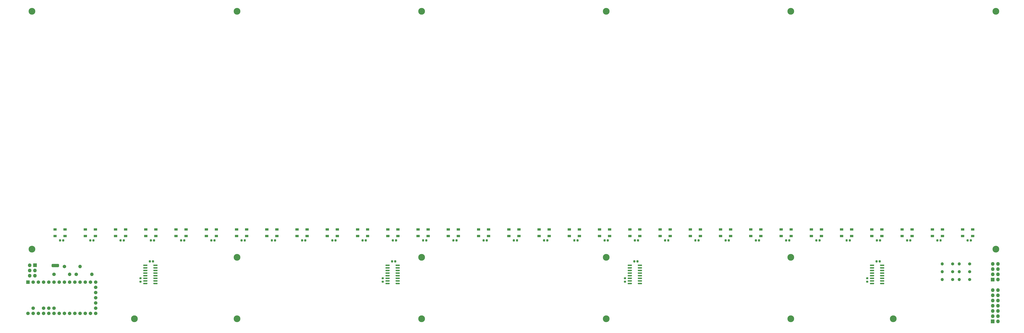
<source format=gbr>
G04 #@! TF.GenerationSoftware,KiCad,Pcbnew,(5.1.7)-1*
G04 #@! TF.CreationDate,2020-11-09T23:38:36-05:00*
G04 #@! TF.ProjectId,OpeNITHM-full,4f70654e-4954-4484-9d2d-66756c6c2e6b,rev?*
G04 #@! TF.SameCoordinates,Original*
G04 #@! TF.FileFunction,Soldermask,Top*
G04 #@! TF.FilePolarity,Negative*
%FSLAX46Y46*%
G04 Gerber Fmt 4.6, Leading zero omitted, Abs format (unit mm)*
G04 Created by KiCad (PCBNEW (5.1.7)-1) date 2020-11-09 23:38:36*
%MOMM*%
%LPD*%
G01*
G04 APERTURE LIST*
%ADD10O,1.802000X1.802000*%
%ADD11C,0.100000*%
%ADD12O,1.502000X1.502000*%
%ADD13C,1.502000*%
%ADD14C,1.702000*%
%ADD15C,3.302000*%
%ADD16O,1.702000X1.702000*%
G04 APERTURE END LIST*
G36*
G01*
X326569000Y-143050500D02*
X326569000Y-142699500D01*
G75*
G02*
X326744500Y-142524000I175500J0D01*
G01*
X328445500Y-142524000D01*
G75*
G02*
X328621000Y-142699500I0J-175500D01*
G01*
X328621000Y-143050500D01*
G75*
G02*
X328445500Y-143226000I-175500J0D01*
G01*
X326744500Y-143226000D01*
G75*
G02*
X326569000Y-143050500I0J175500D01*
G01*
G37*
G36*
G01*
X326569000Y-144320500D02*
X326569000Y-143969500D01*
G75*
G02*
X326744500Y-143794000I175500J0D01*
G01*
X328445500Y-143794000D01*
G75*
G02*
X328621000Y-143969500I0J-175500D01*
G01*
X328621000Y-144320500D01*
G75*
G02*
X328445500Y-144496000I-175500J0D01*
G01*
X326744500Y-144496000D01*
G75*
G02*
X326569000Y-144320500I0J175500D01*
G01*
G37*
G36*
G01*
X326569000Y-145590500D02*
X326569000Y-145239500D01*
G75*
G02*
X326744500Y-145064000I175500J0D01*
G01*
X328445500Y-145064000D01*
G75*
G02*
X328621000Y-145239500I0J-175500D01*
G01*
X328621000Y-145590500D01*
G75*
G02*
X328445500Y-145766000I-175500J0D01*
G01*
X326744500Y-145766000D01*
G75*
G02*
X326569000Y-145590500I0J175500D01*
G01*
G37*
G36*
G01*
X326569000Y-146860500D02*
X326569000Y-146509500D01*
G75*
G02*
X326744500Y-146334000I175500J0D01*
G01*
X328445500Y-146334000D01*
G75*
G02*
X328621000Y-146509500I0J-175500D01*
G01*
X328621000Y-146860500D01*
G75*
G02*
X328445500Y-147036000I-175500J0D01*
G01*
X326744500Y-147036000D01*
G75*
G02*
X326569000Y-146860500I0J175500D01*
G01*
G37*
G36*
G01*
X326569000Y-148130500D02*
X326569000Y-147779500D01*
G75*
G02*
X326744500Y-147604000I175500J0D01*
G01*
X328445500Y-147604000D01*
G75*
G02*
X328621000Y-147779500I0J-175500D01*
G01*
X328621000Y-148130500D01*
G75*
G02*
X328445500Y-148306000I-175500J0D01*
G01*
X326744500Y-148306000D01*
G75*
G02*
X326569000Y-148130500I0J175500D01*
G01*
G37*
G36*
G01*
X326569000Y-149400500D02*
X326569000Y-149049500D01*
G75*
G02*
X326744500Y-148874000I175500J0D01*
G01*
X328445500Y-148874000D01*
G75*
G02*
X328621000Y-149049500I0J-175500D01*
G01*
X328621000Y-149400500D01*
G75*
G02*
X328445500Y-149576000I-175500J0D01*
G01*
X326744500Y-149576000D01*
G75*
G02*
X326569000Y-149400500I0J175500D01*
G01*
G37*
G36*
G01*
X326569000Y-150670500D02*
X326569000Y-150319500D01*
G75*
G02*
X326744500Y-150144000I175500J0D01*
G01*
X328445500Y-150144000D01*
G75*
G02*
X328621000Y-150319500I0J-175500D01*
G01*
X328621000Y-150670500D01*
G75*
G02*
X328445500Y-150846000I-175500J0D01*
G01*
X326744500Y-150846000D01*
G75*
G02*
X326569000Y-150670500I0J175500D01*
G01*
G37*
G36*
G01*
X326569000Y-151940500D02*
X326569000Y-151589500D01*
G75*
G02*
X326744500Y-151414000I175500J0D01*
G01*
X328445500Y-151414000D01*
G75*
G02*
X328621000Y-151589500I0J-175500D01*
G01*
X328621000Y-151940500D01*
G75*
G02*
X328445500Y-152116000I-175500J0D01*
G01*
X326744500Y-152116000D01*
G75*
G02*
X326569000Y-151940500I0J175500D01*
G01*
G37*
G36*
G01*
X321619000Y-151940500D02*
X321619000Y-151589500D01*
G75*
G02*
X321794500Y-151414000I175500J0D01*
G01*
X323495500Y-151414000D01*
G75*
G02*
X323671000Y-151589500I0J-175500D01*
G01*
X323671000Y-151940500D01*
G75*
G02*
X323495500Y-152116000I-175500J0D01*
G01*
X321794500Y-152116000D01*
G75*
G02*
X321619000Y-151940500I0J175500D01*
G01*
G37*
G36*
G01*
X321619000Y-150670500D02*
X321619000Y-150319500D01*
G75*
G02*
X321794500Y-150144000I175500J0D01*
G01*
X323495500Y-150144000D01*
G75*
G02*
X323671000Y-150319500I0J-175500D01*
G01*
X323671000Y-150670500D01*
G75*
G02*
X323495500Y-150846000I-175500J0D01*
G01*
X321794500Y-150846000D01*
G75*
G02*
X321619000Y-150670500I0J175500D01*
G01*
G37*
G36*
G01*
X321619000Y-149400500D02*
X321619000Y-149049500D01*
G75*
G02*
X321794500Y-148874000I175500J0D01*
G01*
X323495500Y-148874000D01*
G75*
G02*
X323671000Y-149049500I0J-175500D01*
G01*
X323671000Y-149400500D01*
G75*
G02*
X323495500Y-149576000I-175500J0D01*
G01*
X321794500Y-149576000D01*
G75*
G02*
X321619000Y-149400500I0J175500D01*
G01*
G37*
G36*
G01*
X321619000Y-148130500D02*
X321619000Y-147779500D01*
G75*
G02*
X321794500Y-147604000I175500J0D01*
G01*
X323495500Y-147604000D01*
G75*
G02*
X323671000Y-147779500I0J-175500D01*
G01*
X323671000Y-148130500D01*
G75*
G02*
X323495500Y-148306000I-175500J0D01*
G01*
X321794500Y-148306000D01*
G75*
G02*
X321619000Y-148130500I0J175500D01*
G01*
G37*
G36*
G01*
X321619000Y-146860500D02*
X321619000Y-146509500D01*
G75*
G02*
X321794500Y-146334000I175500J0D01*
G01*
X323495500Y-146334000D01*
G75*
G02*
X323671000Y-146509500I0J-175500D01*
G01*
X323671000Y-146860500D01*
G75*
G02*
X323495500Y-147036000I-175500J0D01*
G01*
X321794500Y-147036000D01*
G75*
G02*
X321619000Y-146860500I0J175500D01*
G01*
G37*
G36*
G01*
X321619000Y-145590500D02*
X321619000Y-145239500D01*
G75*
G02*
X321794500Y-145064000I175500J0D01*
G01*
X323495500Y-145064000D01*
G75*
G02*
X323671000Y-145239500I0J-175500D01*
G01*
X323671000Y-145590500D01*
G75*
G02*
X323495500Y-145766000I-175500J0D01*
G01*
X321794500Y-145766000D01*
G75*
G02*
X321619000Y-145590500I0J175500D01*
G01*
G37*
G36*
G01*
X321619000Y-144320500D02*
X321619000Y-143969500D01*
G75*
G02*
X321794500Y-143794000I175500J0D01*
G01*
X323495500Y-143794000D01*
G75*
G02*
X323671000Y-143969500I0J-175500D01*
G01*
X323671000Y-144320500D01*
G75*
G02*
X323495500Y-144496000I-175500J0D01*
G01*
X321794500Y-144496000D01*
G75*
G02*
X321619000Y-144320500I0J175500D01*
G01*
G37*
G36*
G01*
X321619000Y-143050500D02*
X321619000Y-142699500D01*
G75*
G02*
X321794500Y-142524000I175500J0D01*
G01*
X323495500Y-142524000D01*
G75*
G02*
X323671000Y-142699500I0J-175500D01*
G01*
X323671000Y-143050500D01*
G75*
G02*
X323495500Y-143226000I-175500J0D01*
G01*
X321794500Y-143226000D01*
G75*
G02*
X321619000Y-143050500I0J175500D01*
G01*
G37*
D10*
X-88040000Y-147955000D03*
X-85500000Y-147955000D03*
X-88040000Y-145415000D03*
X-85500000Y-145415000D03*
X-88040000Y-142875000D03*
G36*
G01*
X-84599000Y-142025000D02*
X-84599000Y-143725000D01*
G75*
G02*
X-84650000Y-143776000I-51000J0D01*
G01*
X-86350000Y-143776000D01*
G75*
G02*
X-86401000Y-143725000I0J51000D01*
G01*
X-86401000Y-142025000D01*
G75*
G02*
X-86350000Y-141974000I51000J0D01*
G01*
X-84650000Y-141974000D01*
G75*
G02*
X-84599000Y-142025000I0J-51000D01*
G01*
G37*
G36*
G01*
X-75014000Y-142250000D02*
X-75014000Y-143750000D01*
G75*
G02*
X-75065000Y-143801000I-51000J0D01*
G01*
X-76065000Y-143801000D01*
G75*
G02*
X-76116000Y-143750000I0J51000D01*
G01*
X-76116000Y-142250000D01*
G75*
G02*
X-76065000Y-142199000I51000J0D01*
G01*
X-75065000Y-142199000D01*
G75*
G02*
X-75014000Y-142250000I0J-51000D01*
G01*
G37*
D11*
G36*
X-76871112Y-143800398D02*
G01*
X-76889534Y-143800398D01*
X-76894533Y-143800152D01*
X-76943364Y-143795342D01*
X-76948314Y-143794608D01*
X-76996439Y-143785036D01*
X-77001295Y-143783820D01*
X-77048250Y-143769576D01*
X-77052961Y-143767890D01*
X-77098294Y-143749113D01*
X-77102820Y-143746973D01*
X-77146093Y-143723842D01*
X-77150384Y-143721269D01*
X-77191183Y-143694009D01*
X-77195204Y-143691027D01*
X-77233133Y-143659899D01*
X-77236841Y-143656538D01*
X-77271538Y-143621841D01*
X-77274899Y-143618133D01*
X-77306027Y-143580204D01*
X-77309009Y-143576183D01*
X-77336269Y-143535384D01*
X-77338842Y-143531093D01*
X-77361973Y-143487820D01*
X-77364113Y-143483294D01*
X-77382890Y-143437961D01*
X-77384576Y-143433250D01*
X-77398820Y-143386295D01*
X-77400036Y-143381439D01*
X-77409608Y-143333314D01*
X-77410342Y-143328364D01*
X-77415152Y-143279533D01*
X-77415398Y-143274534D01*
X-77415398Y-143256112D01*
X-77416000Y-143250000D01*
X-77416000Y-142750000D01*
X-77415398Y-142743888D01*
X-77415398Y-142725466D01*
X-77415152Y-142720467D01*
X-77410342Y-142671636D01*
X-77409608Y-142666686D01*
X-77400036Y-142618561D01*
X-77398820Y-142613705D01*
X-77384576Y-142566750D01*
X-77382890Y-142562039D01*
X-77364113Y-142516706D01*
X-77361973Y-142512180D01*
X-77338842Y-142468907D01*
X-77336269Y-142464616D01*
X-77309009Y-142423817D01*
X-77306027Y-142419796D01*
X-77274899Y-142381867D01*
X-77271538Y-142378159D01*
X-77236841Y-142343462D01*
X-77233133Y-142340101D01*
X-77195204Y-142308973D01*
X-77191183Y-142305991D01*
X-77150384Y-142278731D01*
X-77146093Y-142276158D01*
X-77102820Y-142253027D01*
X-77098294Y-142250887D01*
X-77052961Y-142232110D01*
X-77048250Y-142230424D01*
X-77001295Y-142216180D01*
X-76996439Y-142214964D01*
X-76948314Y-142205392D01*
X-76943364Y-142204658D01*
X-76894533Y-142199848D01*
X-76889534Y-142199602D01*
X-76871112Y-142199602D01*
X-76865000Y-142199000D01*
X-76315000Y-142199000D01*
X-76305050Y-142199980D01*
X-76295483Y-142202882D01*
X-76286666Y-142207595D01*
X-76278938Y-142213938D01*
X-76272595Y-142221666D01*
X-76267882Y-142230483D01*
X-76264980Y-142240050D01*
X-76264000Y-142250000D01*
X-76264000Y-143750000D01*
X-76264980Y-143759950D01*
X-76267882Y-143769517D01*
X-76272595Y-143778334D01*
X-76278938Y-143786062D01*
X-76286666Y-143792405D01*
X-76295483Y-143797118D01*
X-76305050Y-143800020D01*
X-76315000Y-143801000D01*
X-76865000Y-143801000D01*
X-76871112Y-143800398D01*
G37*
G36*
X-74824950Y-143800020D02*
G01*
X-74834517Y-143797118D01*
X-74843334Y-143792405D01*
X-74851062Y-143786062D01*
X-74857405Y-143778334D01*
X-74862118Y-143769517D01*
X-74865020Y-143759950D01*
X-74866000Y-143750000D01*
X-74866000Y-142250000D01*
X-74865020Y-142240050D01*
X-74862118Y-142230483D01*
X-74857405Y-142221666D01*
X-74851062Y-142213938D01*
X-74843334Y-142207595D01*
X-74834517Y-142202882D01*
X-74824950Y-142199980D01*
X-74815000Y-142199000D01*
X-74265000Y-142199000D01*
X-74258888Y-142199602D01*
X-74240466Y-142199602D01*
X-74235467Y-142199848D01*
X-74186636Y-142204658D01*
X-74181686Y-142205392D01*
X-74133561Y-142214964D01*
X-74128705Y-142216180D01*
X-74081750Y-142230424D01*
X-74077039Y-142232110D01*
X-74031706Y-142250887D01*
X-74027180Y-142253027D01*
X-73983907Y-142276158D01*
X-73979616Y-142278731D01*
X-73938817Y-142305991D01*
X-73934796Y-142308973D01*
X-73896867Y-142340101D01*
X-73893159Y-142343462D01*
X-73858462Y-142378159D01*
X-73855101Y-142381867D01*
X-73823973Y-142419796D01*
X-73820991Y-142423817D01*
X-73793731Y-142464616D01*
X-73791158Y-142468907D01*
X-73768027Y-142512180D01*
X-73765887Y-142516706D01*
X-73747110Y-142562039D01*
X-73745424Y-142566750D01*
X-73731180Y-142613705D01*
X-73729964Y-142618561D01*
X-73720392Y-142666686D01*
X-73719658Y-142671636D01*
X-73714848Y-142720467D01*
X-73714602Y-142725466D01*
X-73714602Y-142743888D01*
X-73714000Y-142750000D01*
X-73714000Y-143250000D01*
X-73714602Y-143256112D01*
X-73714602Y-143274534D01*
X-73714848Y-143279533D01*
X-73719658Y-143328364D01*
X-73720392Y-143333314D01*
X-73729964Y-143381439D01*
X-73731180Y-143386295D01*
X-73745424Y-143433250D01*
X-73747110Y-143437961D01*
X-73765887Y-143483294D01*
X-73768027Y-143487820D01*
X-73791158Y-143531093D01*
X-73793731Y-143535384D01*
X-73820991Y-143576183D01*
X-73823973Y-143580204D01*
X-73855101Y-143618133D01*
X-73858462Y-143621841D01*
X-73893159Y-143656538D01*
X-73896867Y-143659899D01*
X-73934796Y-143691027D01*
X-73938817Y-143694009D01*
X-73979616Y-143721269D01*
X-73983907Y-143723842D01*
X-74027180Y-143746973D01*
X-74031706Y-143749113D01*
X-74077039Y-143767890D01*
X-74081750Y-143769576D01*
X-74128705Y-143783820D01*
X-74133561Y-143785036D01*
X-74181686Y-143794608D01*
X-74186636Y-143795342D01*
X-74235467Y-143800152D01*
X-74240466Y-143800398D01*
X-74258888Y-143800398D01*
X-74265000Y-143801000D01*
X-74815000Y-143801000D01*
X-74824950Y-143800020D01*
G37*
G36*
G01*
X-57476000Y-131025500D02*
X-57476000Y-130474500D01*
G75*
G02*
X-57225500Y-130224000I250500J0D01*
G01*
X-56724500Y-130224000D01*
G75*
G02*
X-56474000Y-130474500I0J-250500D01*
G01*
X-56474000Y-131025500D01*
G75*
G02*
X-56724500Y-131276000I-250500J0D01*
G01*
X-57225500Y-131276000D01*
G75*
G02*
X-57476000Y-131025500I0J250500D01*
G01*
G37*
G36*
G01*
X-59026000Y-131025500D02*
X-59026000Y-130474500D01*
G75*
G02*
X-58775500Y-130224000I250500J0D01*
G01*
X-58274500Y-130224000D01*
G75*
G02*
X-58024000Y-130474500I0J-250500D01*
G01*
X-58024000Y-131025500D01*
G75*
G02*
X-58274500Y-131276000I-250500J0D01*
G01*
X-58775500Y-131276000D01*
G75*
G02*
X-59026000Y-131025500I0J250500D01*
G01*
G37*
G36*
G01*
X90349000Y-143050500D02*
X90349000Y-142699500D01*
G75*
G02*
X90524500Y-142524000I175500J0D01*
G01*
X92225500Y-142524000D01*
G75*
G02*
X92401000Y-142699500I0J-175500D01*
G01*
X92401000Y-143050500D01*
G75*
G02*
X92225500Y-143226000I-175500J0D01*
G01*
X90524500Y-143226000D01*
G75*
G02*
X90349000Y-143050500I0J175500D01*
G01*
G37*
G36*
G01*
X90349000Y-144320500D02*
X90349000Y-143969500D01*
G75*
G02*
X90524500Y-143794000I175500J0D01*
G01*
X92225500Y-143794000D01*
G75*
G02*
X92401000Y-143969500I0J-175500D01*
G01*
X92401000Y-144320500D01*
G75*
G02*
X92225500Y-144496000I-175500J0D01*
G01*
X90524500Y-144496000D01*
G75*
G02*
X90349000Y-144320500I0J175500D01*
G01*
G37*
G36*
G01*
X90349000Y-145590500D02*
X90349000Y-145239500D01*
G75*
G02*
X90524500Y-145064000I175500J0D01*
G01*
X92225500Y-145064000D01*
G75*
G02*
X92401000Y-145239500I0J-175500D01*
G01*
X92401000Y-145590500D01*
G75*
G02*
X92225500Y-145766000I-175500J0D01*
G01*
X90524500Y-145766000D01*
G75*
G02*
X90349000Y-145590500I0J175500D01*
G01*
G37*
G36*
G01*
X90349000Y-146860500D02*
X90349000Y-146509500D01*
G75*
G02*
X90524500Y-146334000I175500J0D01*
G01*
X92225500Y-146334000D01*
G75*
G02*
X92401000Y-146509500I0J-175500D01*
G01*
X92401000Y-146860500D01*
G75*
G02*
X92225500Y-147036000I-175500J0D01*
G01*
X90524500Y-147036000D01*
G75*
G02*
X90349000Y-146860500I0J175500D01*
G01*
G37*
G36*
G01*
X90349000Y-148130500D02*
X90349000Y-147779500D01*
G75*
G02*
X90524500Y-147604000I175500J0D01*
G01*
X92225500Y-147604000D01*
G75*
G02*
X92401000Y-147779500I0J-175500D01*
G01*
X92401000Y-148130500D01*
G75*
G02*
X92225500Y-148306000I-175500J0D01*
G01*
X90524500Y-148306000D01*
G75*
G02*
X90349000Y-148130500I0J175500D01*
G01*
G37*
G36*
G01*
X90349000Y-149400500D02*
X90349000Y-149049500D01*
G75*
G02*
X90524500Y-148874000I175500J0D01*
G01*
X92225500Y-148874000D01*
G75*
G02*
X92401000Y-149049500I0J-175500D01*
G01*
X92401000Y-149400500D01*
G75*
G02*
X92225500Y-149576000I-175500J0D01*
G01*
X90524500Y-149576000D01*
G75*
G02*
X90349000Y-149400500I0J175500D01*
G01*
G37*
G36*
G01*
X90349000Y-150670500D02*
X90349000Y-150319500D01*
G75*
G02*
X90524500Y-150144000I175500J0D01*
G01*
X92225500Y-150144000D01*
G75*
G02*
X92401000Y-150319500I0J-175500D01*
G01*
X92401000Y-150670500D01*
G75*
G02*
X92225500Y-150846000I-175500J0D01*
G01*
X90524500Y-150846000D01*
G75*
G02*
X90349000Y-150670500I0J175500D01*
G01*
G37*
G36*
G01*
X90349000Y-151940500D02*
X90349000Y-151589500D01*
G75*
G02*
X90524500Y-151414000I175500J0D01*
G01*
X92225500Y-151414000D01*
G75*
G02*
X92401000Y-151589500I0J-175500D01*
G01*
X92401000Y-151940500D01*
G75*
G02*
X92225500Y-152116000I-175500J0D01*
G01*
X90524500Y-152116000D01*
G75*
G02*
X90349000Y-151940500I0J175500D01*
G01*
G37*
G36*
G01*
X85399000Y-151940500D02*
X85399000Y-151589500D01*
G75*
G02*
X85574500Y-151414000I175500J0D01*
G01*
X87275500Y-151414000D01*
G75*
G02*
X87451000Y-151589500I0J-175500D01*
G01*
X87451000Y-151940500D01*
G75*
G02*
X87275500Y-152116000I-175500J0D01*
G01*
X85574500Y-152116000D01*
G75*
G02*
X85399000Y-151940500I0J175500D01*
G01*
G37*
G36*
G01*
X85399000Y-150670500D02*
X85399000Y-150319500D01*
G75*
G02*
X85574500Y-150144000I175500J0D01*
G01*
X87275500Y-150144000D01*
G75*
G02*
X87451000Y-150319500I0J-175500D01*
G01*
X87451000Y-150670500D01*
G75*
G02*
X87275500Y-150846000I-175500J0D01*
G01*
X85574500Y-150846000D01*
G75*
G02*
X85399000Y-150670500I0J175500D01*
G01*
G37*
G36*
G01*
X85399000Y-149400500D02*
X85399000Y-149049500D01*
G75*
G02*
X85574500Y-148874000I175500J0D01*
G01*
X87275500Y-148874000D01*
G75*
G02*
X87451000Y-149049500I0J-175500D01*
G01*
X87451000Y-149400500D01*
G75*
G02*
X87275500Y-149576000I-175500J0D01*
G01*
X85574500Y-149576000D01*
G75*
G02*
X85399000Y-149400500I0J175500D01*
G01*
G37*
G36*
G01*
X85399000Y-148130500D02*
X85399000Y-147779500D01*
G75*
G02*
X85574500Y-147604000I175500J0D01*
G01*
X87275500Y-147604000D01*
G75*
G02*
X87451000Y-147779500I0J-175500D01*
G01*
X87451000Y-148130500D01*
G75*
G02*
X87275500Y-148306000I-175500J0D01*
G01*
X85574500Y-148306000D01*
G75*
G02*
X85399000Y-148130500I0J175500D01*
G01*
G37*
G36*
G01*
X85399000Y-146860500D02*
X85399000Y-146509500D01*
G75*
G02*
X85574500Y-146334000I175500J0D01*
G01*
X87275500Y-146334000D01*
G75*
G02*
X87451000Y-146509500I0J-175500D01*
G01*
X87451000Y-146860500D01*
G75*
G02*
X87275500Y-147036000I-175500J0D01*
G01*
X85574500Y-147036000D01*
G75*
G02*
X85399000Y-146860500I0J175500D01*
G01*
G37*
G36*
G01*
X85399000Y-145590500D02*
X85399000Y-145239500D01*
G75*
G02*
X85574500Y-145064000I175500J0D01*
G01*
X87275500Y-145064000D01*
G75*
G02*
X87451000Y-145239500I0J-175500D01*
G01*
X87451000Y-145590500D01*
G75*
G02*
X87275500Y-145766000I-175500J0D01*
G01*
X85574500Y-145766000D01*
G75*
G02*
X85399000Y-145590500I0J175500D01*
G01*
G37*
G36*
G01*
X85399000Y-144320500D02*
X85399000Y-143969500D01*
G75*
G02*
X85574500Y-143794000I175500J0D01*
G01*
X87275500Y-143794000D01*
G75*
G02*
X87451000Y-143969500I0J-175500D01*
G01*
X87451000Y-144320500D01*
G75*
G02*
X87275500Y-144496000I-175500J0D01*
G01*
X85574500Y-144496000D01*
G75*
G02*
X85399000Y-144320500I0J175500D01*
G01*
G37*
G36*
G01*
X85399000Y-143050500D02*
X85399000Y-142699500D01*
G75*
G02*
X85574500Y-142524000I175500J0D01*
G01*
X87275500Y-142524000D01*
G75*
G02*
X87451000Y-142699500I0J-175500D01*
G01*
X87451000Y-143050500D01*
G75*
G02*
X87275500Y-143226000I-175500J0D01*
G01*
X85574500Y-143226000D01*
G75*
G02*
X85399000Y-143050500I0J175500D01*
G01*
G37*
D10*
X384000000Y-155000000D03*
X381460000Y-155000000D03*
X384000000Y-157540000D03*
X381460000Y-157540000D03*
X384000000Y-160080000D03*
X381460000Y-160080000D03*
X384000000Y-162620000D03*
X381460000Y-162620000D03*
X384000000Y-165160000D03*
X381460000Y-165160000D03*
X384000000Y-167700000D03*
X381460000Y-167700000D03*
X384000000Y-170240000D03*
G36*
G01*
X380559000Y-171090000D02*
X380559000Y-169390000D01*
G75*
G02*
X380610000Y-169339000I51000J0D01*
G01*
X382310000Y-169339000D01*
G75*
G02*
X382361000Y-169390000I0J-51000D01*
G01*
X382361000Y-171090000D01*
G75*
G02*
X382310000Y-171141000I-51000J0D01*
G01*
X380610000Y-171141000D01*
G75*
G02*
X380559000Y-171090000I0J51000D01*
G01*
G37*
D12*
X356870000Y-142240000D03*
D13*
X361950000Y-142240000D03*
D12*
X356870000Y-146050000D03*
D13*
X361950000Y-146050000D03*
D12*
X365125000Y-146050000D03*
D13*
X370205000Y-146050000D03*
D12*
X365125000Y-142240000D03*
D13*
X370205000Y-142240000D03*
D12*
X365125000Y-149860000D03*
D13*
X370205000Y-149860000D03*
D12*
X356870000Y-149860000D03*
D13*
X361950000Y-149860000D03*
D10*
X384000000Y-142240000D03*
X381460000Y-142240000D03*
X384000000Y-144780000D03*
X381460000Y-144780000D03*
X384000000Y-147320000D03*
X381460000Y-147320000D03*
X384000000Y-149860000D03*
G36*
G01*
X380559000Y-150710000D02*
X380559000Y-149010000D01*
G75*
G02*
X380610000Y-148959000I51000J0D01*
G01*
X382310000Y-148959000D01*
G75*
G02*
X382361000Y-149010000I0J-51000D01*
G01*
X382361000Y-150710000D01*
G75*
G02*
X382310000Y-150761000I-51000J0D01*
G01*
X380610000Y-150761000D01*
G75*
G02*
X380559000Y-150710000I0J51000D01*
G01*
G37*
G36*
G01*
X-89751000Y-151930000D02*
X-89751000Y-150330000D01*
G75*
G02*
X-89700000Y-150279000I51000J0D01*
G01*
X-88100000Y-150279000D01*
G75*
G02*
X-88049000Y-150330000I0J-51000D01*
G01*
X-88049000Y-151930000D01*
G75*
G02*
X-88100000Y-151981000I-51000J0D01*
G01*
X-89700000Y-151981000D01*
G75*
G02*
X-89751000Y-151930000I0J51000D01*
G01*
G37*
D14*
X-86360000Y-151130000D03*
X-83820000Y-151130000D03*
X-81280000Y-151130000D03*
X-78740000Y-151130000D03*
X-76200000Y-151130000D03*
X-73660000Y-151130000D03*
X-71120000Y-151130000D03*
X-68580000Y-151130000D03*
X-66040000Y-151130000D03*
X-63500000Y-151130000D03*
X-60960000Y-151130000D03*
X-58420000Y-151130000D03*
X-76200000Y-163830000D03*
X-78740000Y-163830000D03*
X-81280000Y-163830000D03*
X-86360000Y-163830000D03*
X-88900000Y-166370000D03*
X-86360000Y-166370000D03*
X-83820000Y-166370000D03*
X-81280000Y-166370000D03*
X-78740000Y-166370000D03*
X-76200000Y-166370000D03*
X-73660000Y-166370000D03*
X-71120000Y-166370000D03*
X-68580000Y-166370000D03*
X-66040000Y-166370000D03*
X-63500000Y-166370000D03*
X-60960000Y-166370000D03*
X-58420000Y-166370000D03*
X-55880000Y-151130000D03*
X-55880000Y-153670000D03*
X-55880000Y-156210000D03*
X-55880000Y-166370000D03*
X-55880000Y-163830000D03*
X-55880000Y-161290000D03*
X-55880000Y-158750000D03*
D15*
X333000000Y-169000000D03*
X283000000Y-169000000D03*
X193000000Y-169000000D03*
X13000000Y-169000000D03*
X103000000Y-169000000D03*
X-37000000Y-169000000D03*
D16*
X-57785000Y-147320000D03*
D14*
X-65405000Y-147320000D03*
G36*
G01*
X325889000Y-141245500D02*
X325889000Y-140694500D01*
G75*
G02*
X326139500Y-140444000I250500J0D01*
G01*
X326640500Y-140444000D01*
G75*
G02*
X326891000Y-140694500I0J-250500D01*
G01*
X326891000Y-141245500D01*
G75*
G02*
X326640500Y-141496000I-250500J0D01*
G01*
X326139500Y-141496000D01*
G75*
G02*
X325889000Y-141245500I0J250500D01*
G01*
G37*
G36*
G01*
X324339000Y-141245500D02*
X324339000Y-140694500D01*
G75*
G02*
X324589500Y-140444000I250500J0D01*
G01*
X325090500Y-140444000D01*
G75*
G02*
X325341000Y-140694500I0J-250500D01*
G01*
X325341000Y-141245500D01*
G75*
G02*
X325090500Y-141496000I-250500J0D01*
G01*
X324589500Y-141496000D01*
G75*
G02*
X324339000Y-141245500I0J250500D01*
G01*
G37*
G36*
G01*
X-34336500Y-150424000D02*
X-33735500Y-150424000D01*
G75*
G02*
X-33510000Y-150649500I0J-225500D01*
G01*
X-33510000Y-151100500D01*
G75*
G02*
X-33735500Y-151326000I-225500J0D01*
G01*
X-34336500Y-151326000D01*
G75*
G02*
X-34562000Y-151100500I0J225500D01*
G01*
X-34562000Y-150649500D01*
G75*
G02*
X-34336500Y-150424000I225500J0D01*
G01*
G37*
G36*
G01*
X-34336500Y-148774000D02*
X-33735500Y-148774000D01*
G75*
G02*
X-33510000Y-148999500I0J-225500D01*
G01*
X-33510000Y-149450500D01*
G75*
G02*
X-33735500Y-149676000I-225500J0D01*
G01*
X-34336500Y-149676000D01*
G75*
G02*
X-34562000Y-149450500I0J225500D01*
G01*
X-34562000Y-148999500D01*
G75*
G02*
X-34336500Y-148774000I225500J0D01*
G01*
G37*
G36*
G01*
X-27761000Y-143050500D02*
X-27761000Y-142699500D01*
G75*
G02*
X-27585500Y-142524000I175500J0D01*
G01*
X-25884500Y-142524000D01*
G75*
G02*
X-25709000Y-142699500I0J-175500D01*
G01*
X-25709000Y-143050500D01*
G75*
G02*
X-25884500Y-143226000I-175500J0D01*
G01*
X-27585500Y-143226000D01*
G75*
G02*
X-27761000Y-143050500I0J175500D01*
G01*
G37*
G36*
G01*
X-27761000Y-144320500D02*
X-27761000Y-143969500D01*
G75*
G02*
X-27585500Y-143794000I175500J0D01*
G01*
X-25884500Y-143794000D01*
G75*
G02*
X-25709000Y-143969500I0J-175500D01*
G01*
X-25709000Y-144320500D01*
G75*
G02*
X-25884500Y-144496000I-175500J0D01*
G01*
X-27585500Y-144496000D01*
G75*
G02*
X-27761000Y-144320500I0J175500D01*
G01*
G37*
G36*
G01*
X-27761000Y-145590500D02*
X-27761000Y-145239500D01*
G75*
G02*
X-27585500Y-145064000I175500J0D01*
G01*
X-25884500Y-145064000D01*
G75*
G02*
X-25709000Y-145239500I0J-175500D01*
G01*
X-25709000Y-145590500D01*
G75*
G02*
X-25884500Y-145766000I-175500J0D01*
G01*
X-27585500Y-145766000D01*
G75*
G02*
X-27761000Y-145590500I0J175500D01*
G01*
G37*
G36*
G01*
X-27761000Y-146860500D02*
X-27761000Y-146509500D01*
G75*
G02*
X-27585500Y-146334000I175500J0D01*
G01*
X-25884500Y-146334000D01*
G75*
G02*
X-25709000Y-146509500I0J-175500D01*
G01*
X-25709000Y-146860500D01*
G75*
G02*
X-25884500Y-147036000I-175500J0D01*
G01*
X-27585500Y-147036000D01*
G75*
G02*
X-27761000Y-146860500I0J175500D01*
G01*
G37*
G36*
G01*
X-27761000Y-148130500D02*
X-27761000Y-147779500D01*
G75*
G02*
X-27585500Y-147604000I175500J0D01*
G01*
X-25884500Y-147604000D01*
G75*
G02*
X-25709000Y-147779500I0J-175500D01*
G01*
X-25709000Y-148130500D01*
G75*
G02*
X-25884500Y-148306000I-175500J0D01*
G01*
X-27585500Y-148306000D01*
G75*
G02*
X-27761000Y-148130500I0J175500D01*
G01*
G37*
G36*
G01*
X-27761000Y-149400500D02*
X-27761000Y-149049500D01*
G75*
G02*
X-27585500Y-148874000I175500J0D01*
G01*
X-25884500Y-148874000D01*
G75*
G02*
X-25709000Y-149049500I0J-175500D01*
G01*
X-25709000Y-149400500D01*
G75*
G02*
X-25884500Y-149576000I-175500J0D01*
G01*
X-27585500Y-149576000D01*
G75*
G02*
X-27761000Y-149400500I0J175500D01*
G01*
G37*
G36*
G01*
X-27761000Y-150670500D02*
X-27761000Y-150319500D01*
G75*
G02*
X-27585500Y-150144000I175500J0D01*
G01*
X-25884500Y-150144000D01*
G75*
G02*
X-25709000Y-150319500I0J-175500D01*
G01*
X-25709000Y-150670500D01*
G75*
G02*
X-25884500Y-150846000I-175500J0D01*
G01*
X-27585500Y-150846000D01*
G75*
G02*
X-27761000Y-150670500I0J175500D01*
G01*
G37*
G36*
G01*
X-27761000Y-151940500D02*
X-27761000Y-151589500D01*
G75*
G02*
X-27585500Y-151414000I175500J0D01*
G01*
X-25884500Y-151414000D01*
G75*
G02*
X-25709000Y-151589500I0J-175500D01*
G01*
X-25709000Y-151940500D01*
G75*
G02*
X-25884500Y-152116000I-175500J0D01*
G01*
X-27585500Y-152116000D01*
G75*
G02*
X-27761000Y-151940500I0J175500D01*
G01*
G37*
G36*
G01*
X-32711000Y-151940500D02*
X-32711000Y-151589500D01*
G75*
G02*
X-32535500Y-151414000I175500J0D01*
G01*
X-30834500Y-151414000D01*
G75*
G02*
X-30659000Y-151589500I0J-175500D01*
G01*
X-30659000Y-151940500D01*
G75*
G02*
X-30834500Y-152116000I-175500J0D01*
G01*
X-32535500Y-152116000D01*
G75*
G02*
X-32711000Y-151940500I0J175500D01*
G01*
G37*
G36*
G01*
X-32711000Y-150670500D02*
X-32711000Y-150319500D01*
G75*
G02*
X-32535500Y-150144000I175500J0D01*
G01*
X-30834500Y-150144000D01*
G75*
G02*
X-30659000Y-150319500I0J-175500D01*
G01*
X-30659000Y-150670500D01*
G75*
G02*
X-30834500Y-150846000I-175500J0D01*
G01*
X-32535500Y-150846000D01*
G75*
G02*
X-32711000Y-150670500I0J175500D01*
G01*
G37*
G36*
G01*
X-32711000Y-149400500D02*
X-32711000Y-149049500D01*
G75*
G02*
X-32535500Y-148874000I175500J0D01*
G01*
X-30834500Y-148874000D01*
G75*
G02*
X-30659000Y-149049500I0J-175500D01*
G01*
X-30659000Y-149400500D01*
G75*
G02*
X-30834500Y-149576000I-175500J0D01*
G01*
X-32535500Y-149576000D01*
G75*
G02*
X-32711000Y-149400500I0J175500D01*
G01*
G37*
G36*
G01*
X-32711000Y-148130500D02*
X-32711000Y-147779500D01*
G75*
G02*
X-32535500Y-147604000I175500J0D01*
G01*
X-30834500Y-147604000D01*
G75*
G02*
X-30659000Y-147779500I0J-175500D01*
G01*
X-30659000Y-148130500D01*
G75*
G02*
X-30834500Y-148306000I-175500J0D01*
G01*
X-32535500Y-148306000D01*
G75*
G02*
X-32711000Y-148130500I0J175500D01*
G01*
G37*
G36*
G01*
X-32711000Y-146860500D02*
X-32711000Y-146509500D01*
G75*
G02*
X-32535500Y-146334000I175500J0D01*
G01*
X-30834500Y-146334000D01*
G75*
G02*
X-30659000Y-146509500I0J-175500D01*
G01*
X-30659000Y-146860500D01*
G75*
G02*
X-30834500Y-147036000I-175500J0D01*
G01*
X-32535500Y-147036000D01*
G75*
G02*
X-32711000Y-146860500I0J175500D01*
G01*
G37*
G36*
G01*
X-32711000Y-145590500D02*
X-32711000Y-145239500D01*
G75*
G02*
X-32535500Y-145064000I175500J0D01*
G01*
X-30834500Y-145064000D01*
G75*
G02*
X-30659000Y-145239500I0J-175500D01*
G01*
X-30659000Y-145590500D01*
G75*
G02*
X-30834500Y-145766000I-175500J0D01*
G01*
X-32535500Y-145766000D01*
G75*
G02*
X-32711000Y-145590500I0J175500D01*
G01*
G37*
G36*
G01*
X-32711000Y-144320500D02*
X-32711000Y-143969500D01*
G75*
G02*
X-32535500Y-143794000I175500J0D01*
G01*
X-30834500Y-143794000D01*
G75*
G02*
X-30659000Y-143969500I0J-175500D01*
G01*
X-30659000Y-144320500D01*
G75*
G02*
X-30834500Y-144496000I-175500J0D01*
G01*
X-32535500Y-144496000D01*
G75*
G02*
X-32711000Y-144320500I0J175500D01*
G01*
G37*
G36*
G01*
X-32711000Y-143050500D02*
X-32711000Y-142699500D01*
G75*
G02*
X-32535500Y-142524000I175500J0D01*
G01*
X-30834500Y-142524000D01*
G75*
G02*
X-30659000Y-142699500I0J-175500D01*
G01*
X-30659000Y-143050500D01*
G75*
G02*
X-30834500Y-143226000I-175500J0D01*
G01*
X-32535500Y-143226000D01*
G75*
G02*
X-32711000Y-143050500I0J175500D01*
G01*
G37*
G36*
G01*
X370299000Y-131025500D02*
X370299000Y-130474500D01*
G75*
G02*
X370549500Y-130224000I250500J0D01*
G01*
X371050500Y-130224000D01*
G75*
G02*
X371301000Y-130474500I0J-250500D01*
G01*
X371301000Y-131025500D01*
G75*
G02*
X371050500Y-131276000I-250500J0D01*
G01*
X370549500Y-131276000D01*
G75*
G02*
X370299000Y-131025500I0J250500D01*
G01*
G37*
G36*
G01*
X368749000Y-131025500D02*
X368749000Y-130474500D01*
G75*
G02*
X368999500Y-130224000I250500J0D01*
G01*
X369500500Y-130224000D01*
G75*
G02*
X369751000Y-130474500I0J-250500D01*
G01*
X369751000Y-131025500D01*
G75*
G02*
X369500500Y-131276000I-250500J0D01*
G01*
X368999500Y-131276000D01*
G75*
G02*
X368749000Y-131025500I0J250500D01*
G01*
G37*
G36*
G01*
X355549000Y-131025500D02*
X355549000Y-130474500D01*
G75*
G02*
X355799500Y-130224000I250500J0D01*
G01*
X356300500Y-130224000D01*
G75*
G02*
X356551000Y-130474500I0J-250500D01*
G01*
X356551000Y-131025500D01*
G75*
G02*
X356300500Y-131276000I-250500J0D01*
G01*
X355799500Y-131276000D01*
G75*
G02*
X355549000Y-131025500I0J250500D01*
G01*
G37*
G36*
G01*
X353999000Y-131025500D02*
X353999000Y-130474500D01*
G75*
G02*
X354249500Y-130224000I250500J0D01*
G01*
X354750500Y-130224000D01*
G75*
G02*
X355001000Y-130474500I0J-250500D01*
G01*
X355001000Y-131025500D01*
G75*
G02*
X354750500Y-131276000I-250500J0D01*
G01*
X354249500Y-131276000D01*
G75*
G02*
X353999000Y-131025500I0J250500D01*
G01*
G37*
G36*
G01*
X340799000Y-131025500D02*
X340799000Y-130474500D01*
G75*
G02*
X341049500Y-130224000I250500J0D01*
G01*
X341550500Y-130224000D01*
G75*
G02*
X341801000Y-130474500I0J-250500D01*
G01*
X341801000Y-131025500D01*
G75*
G02*
X341550500Y-131276000I-250500J0D01*
G01*
X341049500Y-131276000D01*
G75*
G02*
X340799000Y-131025500I0J250500D01*
G01*
G37*
G36*
G01*
X339249000Y-131025500D02*
X339249000Y-130474500D01*
G75*
G02*
X339499500Y-130224000I250500J0D01*
G01*
X340000500Y-130224000D01*
G75*
G02*
X340251000Y-130474500I0J-250500D01*
G01*
X340251000Y-131025500D01*
G75*
G02*
X340000500Y-131276000I-250500J0D01*
G01*
X339499500Y-131276000D01*
G75*
G02*
X339249000Y-131025500I0J250500D01*
G01*
G37*
G36*
G01*
X326049000Y-131025500D02*
X326049000Y-130474500D01*
G75*
G02*
X326299500Y-130224000I250500J0D01*
G01*
X326800500Y-130224000D01*
G75*
G02*
X327051000Y-130474500I0J-250500D01*
G01*
X327051000Y-131025500D01*
G75*
G02*
X326800500Y-131276000I-250500J0D01*
G01*
X326299500Y-131276000D01*
G75*
G02*
X326049000Y-131025500I0J250500D01*
G01*
G37*
G36*
G01*
X324499000Y-131025500D02*
X324499000Y-130474500D01*
G75*
G02*
X324749500Y-130224000I250500J0D01*
G01*
X325250500Y-130224000D01*
G75*
G02*
X325501000Y-130474500I0J-250500D01*
G01*
X325501000Y-131025500D01*
G75*
G02*
X325250500Y-131276000I-250500J0D01*
G01*
X324749500Y-131276000D01*
G75*
G02*
X324499000Y-131025500I0J250500D01*
G01*
G37*
G36*
G01*
X311299000Y-131025500D02*
X311299000Y-130474500D01*
G75*
G02*
X311549500Y-130224000I250500J0D01*
G01*
X312050500Y-130224000D01*
G75*
G02*
X312301000Y-130474500I0J-250500D01*
G01*
X312301000Y-131025500D01*
G75*
G02*
X312050500Y-131276000I-250500J0D01*
G01*
X311549500Y-131276000D01*
G75*
G02*
X311299000Y-131025500I0J250500D01*
G01*
G37*
G36*
G01*
X309749000Y-131025500D02*
X309749000Y-130474500D01*
G75*
G02*
X309999500Y-130224000I250500J0D01*
G01*
X310500500Y-130224000D01*
G75*
G02*
X310751000Y-130474500I0J-250500D01*
G01*
X310751000Y-131025500D01*
G75*
G02*
X310500500Y-131276000I-250500J0D01*
G01*
X309999500Y-131276000D01*
G75*
G02*
X309749000Y-131025500I0J250500D01*
G01*
G37*
G36*
G01*
X296549000Y-131025500D02*
X296549000Y-130474500D01*
G75*
G02*
X296799500Y-130224000I250500J0D01*
G01*
X297300500Y-130224000D01*
G75*
G02*
X297551000Y-130474500I0J-250500D01*
G01*
X297551000Y-131025500D01*
G75*
G02*
X297300500Y-131276000I-250500J0D01*
G01*
X296799500Y-131276000D01*
G75*
G02*
X296549000Y-131025500I0J250500D01*
G01*
G37*
G36*
G01*
X294999000Y-131025500D02*
X294999000Y-130474500D01*
G75*
G02*
X295249500Y-130224000I250500J0D01*
G01*
X295750500Y-130224000D01*
G75*
G02*
X296001000Y-130474500I0J-250500D01*
G01*
X296001000Y-131025500D01*
G75*
G02*
X295750500Y-131276000I-250500J0D01*
G01*
X295249500Y-131276000D01*
G75*
G02*
X294999000Y-131025500I0J250500D01*
G01*
G37*
G36*
G01*
X281799000Y-131025500D02*
X281799000Y-130474500D01*
G75*
G02*
X282049500Y-130224000I250500J0D01*
G01*
X282550500Y-130224000D01*
G75*
G02*
X282801000Y-130474500I0J-250500D01*
G01*
X282801000Y-131025500D01*
G75*
G02*
X282550500Y-131276000I-250500J0D01*
G01*
X282049500Y-131276000D01*
G75*
G02*
X281799000Y-131025500I0J250500D01*
G01*
G37*
G36*
G01*
X280249000Y-131025500D02*
X280249000Y-130474500D01*
G75*
G02*
X280499500Y-130224000I250500J0D01*
G01*
X281000500Y-130224000D01*
G75*
G02*
X281251000Y-130474500I0J-250500D01*
G01*
X281251000Y-131025500D01*
G75*
G02*
X281000500Y-131276000I-250500J0D01*
G01*
X280499500Y-131276000D01*
G75*
G02*
X280249000Y-131025500I0J250500D01*
G01*
G37*
G36*
G01*
X267049000Y-131025500D02*
X267049000Y-130474500D01*
G75*
G02*
X267299500Y-130224000I250500J0D01*
G01*
X267800500Y-130224000D01*
G75*
G02*
X268051000Y-130474500I0J-250500D01*
G01*
X268051000Y-131025500D01*
G75*
G02*
X267800500Y-131276000I-250500J0D01*
G01*
X267299500Y-131276000D01*
G75*
G02*
X267049000Y-131025500I0J250500D01*
G01*
G37*
G36*
G01*
X265499000Y-131025500D02*
X265499000Y-130474500D01*
G75*
G02*
X265749500Y-130224000I250500J0D01*
G01*
X266250500Y-130224000D01*
G75*
G02*
X266501000Y-130474500I0J-250500D01*
G01*
X266501000Y-131025500D01*
G75*
G02*
X266250500Y-131276000I-250500J0D01*
G01*
X265749500Y-131276000D01*
G75*
G02*
X265499000Y-131025500I0J250500D01*
G01*
G37*
G36*
G01*
X252299000Y-131025500D02*
X252299000Y-130474500D01*
G75*
G02*
X252549500Y-130224000I250500J0D01*
G01*
X253050500Y-130224000D01*
G75*
G02*
X253301000Y-130474500I0J-250500D01*
G01*
X253301000Y-131025500D01*
G75*
G02*
X253050500Y-131276000I-250500J0D01*
G01*
X252549500Y-131276000D01*
G75*
G02*
X252299000Y-131025500I0J250500D01*
G01*
G37*
G36*
G01*
X250749000Y-131025500D02*
X250749000Y-130474500D01*
G75*
G02*
X250999500Y-130224000I250500J0D01*
G01*
X251500500Y-130224000D01*
G75*
G02*
X251751000Y-130474500I0J-250500D01*
G01*
X251751000Y-131025500D01*
G75*
G02*
X251500500Y-131276000I-250500J0D01*
G01*
X250999500Y-131276000D01*
G75*
G02*
X250749000Y-131025500I0J250500D01*
G01*
G37*
G36*
G01*
X237549000Y-131025500D02*
X237549000Y-130474500D01*
G75*
G02*
X237799500Y-130224000I250500J0D01*
G01*
X238300500Y-130224000D01*
G75*
G02*
X238551000Y-130474500I0J-250500D01*
G01*
X238551000Y-131025500D01*
G75*
G02*
X238300500Y-131276000I-250500J0D01*
G01*
X237799500Y-131276000D01*
G75*
G02*
X237549000Y-131025500I0J250500D01*
G01*
G37*
G36*
G01*
X235999000Y-131025500D02*
X235999000Y-130474500D01*
G75*
G02*
X236249500Y-130224000I250500J0D01*
G01*
X236750500Y-130224000D01*
G75*
G02*
X237001000Y-130474500I0J-250500D01*
G01*
X237001000Y-131025500D01*
G75*
G02*
X236750500Y-131276000I-250500J0D01*
G01*
X236249500Y-131276000D01*
G75*
G02*
X235999000Y-131025500I0J250500D01*
G01*
G37*
G36*
G01*
X222799000Y-131025500D02*
X222799000Y-130474500D01*
G75*
G02*
X223049500Y-130224000I250500J0D01*
G01*
X223550500Y-130224000D01*
G75*
G02*
X223801000Y-130474500I0J-250500D01*
G01*
X223801000Y-131025500D01*
G75*
G02*
X223550500Y-131276000I-250500J0D01*
G01*
X223049500Y-131276000D01*
G75*
G02*
X222799000Y-131025500I0J250500D01*
G01*
G37*
G36*
G01*
X221249000Y-131025500D02*
X221249000Y-130474500D01*
G75*
G02*
X221499500Y-130224000I250500J0D01*
G01*
X222000500Y-130224000D01*
G75*
G02*
X222251000Y-130474500I0J-250500D01*
G01*
X222251000Y-131025500D01*
G75*
G02*
X222000500Y-131276000I-250500J0D01*
G01*
X221499500Y-131276000D01*
G75*
G02*
X221249000Y-131025500I0J250500D01*
G01*
G37*
G36*
G01*
X208049000Y-131025500D02*
X208049000Y-130474500D01*
G75*
G02*
X208299500Y-130224000I250500J0D01*
G01*
X208800500Y-130224000D01*
G75*
G02*
X209051000Y-130474500I0J-250500D01*
G01*
X209051000Y-131025500D01*
G75*
G02*
X208800500Y-131276000I-250500J0D01*
G01*
X208299500Y-131276000D01*
G75*
G02*
X208049000Y-131025500I0J250500D01*
G01*
G37*
G36*
G01*
X206499000Y-131025500D02*
X206499000Y-130474500D01*
G75*
G02*
X206749500Y-130224000I250500J0D01*
G01*
X207250500Y-130224000D01*
G75*
G02*
X207501000Y-130474500I0J-250500D01*
G01*
X207501000Y-131025500D01*
G75*
G02*
X207250500Y-131276000I-250500J0D01*
G01*
X206749500Y-131276000D01*
G75*
G02*
X206499000Y-131025500I0J250500D01*
G01*
G37*
G36*
G01*
X193299000Y-131025500D02*
X193299000Y-130474500D01*
G75*
G02*
X193549500Y-130224000I250500J0D01*
G01*
X194050500Y-130224000D01*
G75*
G02*
X194301000Y-130474500I0J-250500D01*
G01*
X194301000Y-131025500D01*
G75*
G02*
X194050500Y-131276000I-250500J0D01*
G01*
X193549500Y-131276000D01*
G75*
G02*
X193299000Y-131025500I0J250500D01*
G01*
G37*
G36*
G01*
X191749000Y-131025500D02*
X191749000Y-130474500D01*
G75*
G02*
X191999500Y-130224000I250500J0D01*
G01*
X192500500Y-130224000D01*
G75*
G02*
X192751000Y-130474500I0J-250500D01*
G01*
X192751000Y-131025500D01*
G75*
G02*
X192500500Y-131276000I-250500J0D01*
G01*
X191999500Y-131276000D01*
G75*
G02*
X191749000Y-131025500I0J250500D01*
G01*
G37*
G36*
G01*
X178549000Y-131025500D02*
X178549000Y-130474500D01*
G75*
G02*
X178799500Y-130224000I250500J0D01*
G01*
X179300500Y-130224000D01*
G75*
G02*
X179551000Y-130474500I0J-250500D01*
G01*
X179551000Y-131025500D01*
G75*
G02*
X179300500Y-131276000I-250500J0D01*
G01*
X178799500Y-131276000D01*
G75*
G02*
X178549000Y-131025500I0J250500D01*
G01*
G37*
G36*
G01*
X176999000Y-131025500D02*
X176999000Y-130474500D01*
G75*
G02*
X177249500Y-130224000I250500J0D01*
G01*
X177750500Y-130224000D01*
G75*
G02*
X178001000Y-130474500I0J-250500D01*
G01*
X178001000Y-131025500D01*
G75*
G02*
X177750500Y-131276000I-250500J0D01*
G01*
X177249500Y-131276000D01*
G75*
G02*
X176999000Y-131025500I0J250500D01*
G01*
G37*
G36*
G01*
X163799000Y-131025500D02*
X163799000Y-130474500D01*
G75*
G02*
X164049500Y-130224000I250500J0D01*
G01*
X164550500Y-130224000D01*
G75*
G02*
X164801000Y-130474500I0J-250500D01*
G01*
X164801000Y-131025500D01*
G75*
G02*
X164550500Y-131276000I-250500J0D01*
G01*
X164049500Y-131276000D01*
G75*
G02*
X163799000Y-131025500I0J250500D01*
G01*
G37*
G36*
G01*
X162249000Y-131025500D02*
X162249000Y-130474500D01*
G75*
G02*
X162499500Y-130224000I250500J0D01*
G01*
X163000500Y-130224000D01*
G75*
G02*
X163251000Y-130474500I0J-250500D01*
G01*
X163251000Y-131025500D01*
G75*
G02*
X163000500Y-131276000I-250500J0D01*
G01*
X162499500Y-131276000D01*
G75*
G02*
X162249000Y-131025500I0J250500D01*
G01*
G37*
G36*
G01*
X149049000Y-131025500D02*
X149049000Y-130474500D01*
G75*
G02*
X149299500Y-130224000I250500J0D01*
G01*
X149800500Y-130224000D01*
G75*
G02*
X150051000Y-130474500I0J-250500D01*
G01*
X150051000Y-131025500D01*
G75*
G02*
X149800500Y-131276000I-250500J0D01*
G01*
X149299500Y-131276000D01*
G75*
G02*
X149049000Y-131025500I0J250500D01*
G01*
G37*
G36*
G01*
X147499000Y-131025500D02*
X147499000Y-130474500D01*
G75*
G02*
X147749500Y-130224000I250500J0D01*
G01*
X148250500Y-130224000D01*
G75*
G02*
X148501000Y-130474500I0J-250500D01*
G01*
X148501000Y-131025500D01*
G75*
G02*
X148250500Y-131276000I-250500J0D01*
G01*
X147749500Y-131276000D01*
G75*
G02*
X147499000Y-131025500I0J250500D01*
G01*
G37*
G36*
G01*
X134299000Y-131025500D02*
X134299000Y-130474500D01*
G75*
G02*
X134549500Y-130224000I250500J0D01*
G01*
X135050500Y-130224000D01*
G75*
G02*
X135301000Y-130474500I0J-250500D01*
G01*
X135301000Y-131025500D01*
G75*
G02*
X135050500Y-131276000I-250500J0D01*
G01*
X134549500Y-131276000D01*
G75*
G02*
X134299000Y-131025500I0J250500D01*
G01*
G37*
G36*
G01*
X132749000Y-131025500D02*
X132749000Y-130474500D01*
G75*
G02*
X132999500Y-130224000I250500J0D01*
G01*
X133500500Y-130224000D01*
G75*
G02*
X133751000Y-130474500I0J-250500D01*
G01*
X133751000Y-131025500D01*
G75*
G02*
X133500500Y-131276000I-250500J0D01*
G01*
X132999500Y-131276000D01*
G75*
G02*
X132749000Y-131025500I0J250500D01*
G01*
G37*
G36*
G01*
X119549000Y-131025500D02*
X119549000Y-130474500D01*
G75*
G02*
X119799500Y-130224000I250500J0D01*
G01*
X120300500Y-130224000D01*
G75*
G02*
X120551000Y-130474500I0J-250500D01*
G01*
X120551000Y-131025500D01*
G75*
G02*
X120300500Y-131276000I-250500J0D01*
G01*
X119799500Y-131276000D01*
G75*
G02*
X119549000Y-131025500I0J250500D01*
G01*
G37*
G36*
G01*
X117999000Y-131025500D02*
X117999000Y-130474500D01*
G75*
G02*
X118249500Y-130224000I250500J0D01*
G01*
X118750500Y-130224000D01*
G75*
G02*
X119001000Y-130474500I0J-250500D01*
G01*
X119001000Y-131025500D01*
G75*
G02*
X118750500Y-131276000I-250500J0D01*
G01*
X118249500Y-131276000D01*
G75*
G02*
X117999000Y-131025500I0J250500D01*
G01*
G37*
G36*
G01*
X104799000Y-131025500D02*
X104799000Y-130474500D01*
G75*
G02*
X105049500Y-130224000I250500J0D01*
G01*
X105550500Y-130224000D01*
G75*
G02*
X105801000Y-130474500I0J-250500D01*
G01*
X105801000Y-131025500D01*
G75*
G02*
X105550500Y-131276000I-250500J0D01*
G01*
X105049500Y-131276000D01*
G75*
G02*
X104799000Y-131025500I0J250500D01*
G01*
G37*
G36*
G01*
X103249000Y-131025500D02*
X103249000Y-130474500D01*
G75*
G02*
X103499500Y-130224000I250500J0D01*
G01*
X104000500Y-130224000D01*
G75*
G02*
X104251000Y-130474500I0J-250500D01*
G01*
X104251000Y-131025500D01*
G75*
G02*
X104000500Y-131276000I-250500J0D01*
G01*
X103499500Y-131276000D01*
G75*
G02*
X103249000Y-131025500I0J250500D01*
G01*
G37*
G36*
G01*
X90049000Y-131025500D02*
X90049000Y-130474500D01*
G75*
G02*
X90299500Y-130224000I250500J0D01*
G01*
X90800500Y-130224000D01*
G75*
G02*
X91051000Y-130474500I0J-250500D01*
G01*
X91051000Y-131025500D01*
G75*
G02*
X90800500Y-131276000I-250500J0D01*
G01*
X90299500Y-131276000D01*
G75*
G02*
X90049000Y-131025500I0J250500D01*
G01*
G37*
G36*
G01*
X88499000Y-131025500D02*
X88499000Y-130474500D01*
G75*
G02*
X88749500Y-130224000I250500J0D01*
G01*
X89250500Y-130224000D01*
G75*
G02*
X89501000Y-130474500I0J-250500D01*
G01*
X89501000Y-131025500D01*
G75*
G02*
X89250500Y-131276000I-250500J0D01*
G01*
X88749500Y-131276000D01*
G75*
G02*
X88499000Y-131025500I0J250500D01*
G01*
G37*
G36*
G01*
X75299000Y-131025500D02*
X75299000Y-130474500D01*
G75*
G02*
X75549500Y-130224000I250500J0D01*
G01*
X76050500Y-130224000D01*
G75*
G02*
X76301000Y-130474500I0J-250500D01*
G01*
X76301000Y-131025500D01*
G75*
G02*
X76050500Y-131276000I-250500J0D01*
G01*
X75549500Y-131276000D01*
G75*
G02*
X75299000Y-131025500I0J250500D01*
G01*
G37*
G36*
G01*
X73749000Y-131025500D02*
X73749000Y-130474500D01*
G75*
G02*
X73999500Y-130224000I250500J0D01*
G01*
X74500500Y-130224000D01*
G75*
G02*
X74751000Y-130474500I0J-250500D01*
G01*
X74751000Y-131025500D01*
G75*
G02*
X74500500Y-131276000I-250500J0D01*
G01*
X73999500Y-131276000D01*
G75*
G02*
X73749000Y-131025500I0J250500D01*
G01*
G37*
G36*
G01*
X60549000Y-131025500D02*
X60549000Y-130474500D01*
G75*
G02*
X60799500Y-130224000I250500J0D01*
G01*
X61300500Y-130224000D01*
G75*
G02*
X61551000Y-130474500I0J-250500D01*
G01*
X61551000Y-131025500D01*
G75*
G02*
X61300500Y-131276000I-250500J0D01*
G01*
X60799500Y-131276000D01*
G75*
G02*
X60549000Y-131025500I0J250500D01*
G01*
G37*
G36*
G01*
X58999000Y-131025500D02*
X58999000Y-130474500D01*
G75*
G02*
X59249500Y-130224000I250500J0D01*
G01*
X59750500Y-130224000D01*
G75*
G02*
X60001000Y-130474500I0J-250500D01*
G01*
X60001000Y-131025500D01*
G75*
G02*
X59750500Y-131276000I-250500J0D01*
G01*
X59249500Y-131276000D01*
G75*
G02*
X58999000Y-131025500I0J250500D01*
G01*
G37*
G36*
G01*
X45799000Y-131025500D02*
X45799000Y-130474500D01*
G75*
G02*
X46049500Y-130224000I250500J0D01*
G01*
X46550500Y-130224000D01*
G75*
G02*
X46801000Y-130474500I0J-250500D01*
G01*
X46801000Y-131025500D01*
G75*
G02*
X46550500Y-131276000I-250500J0D01*
G01*
X46049500Y-131276000D01*
G75*
G02*
X45799000Y-131025500I0J250500D01*
G01*
G37*
G36*
G01*
X44249000Y-131025500D02*
X44249000Y-130474500D01*
G75*
G02*
X44499500Y-130224000I250500J0D01*
G01*
X45000500Y-130224000D01*
G75*
G02*
X45251000Y-130474500I0J-250500D01*
G01*
X45251000Y-131025500D01*
G75*
G02*
X45000500Y-131276000I-250500J0D01*
G01*
X44499500Y-131276000D01*
G75*
G02*
X44249000Y-131025500I0J250500D01*
G01*
G37*
G36*
G01*
X31049000Y-131025500D02*
X31049000Y-130474500D01*
G75*
G02*
X31299500Y-130224000I250500J0D01*
G01*
X31800500Y-130224000D01*
G75*
G02*
X32051000Y-130474500I0J-250500D01*
G01*
X32051000Y-131025500D01*
G75*
G02*
X31800500Y-131276000I-250500J0D01*
G01*
X31299500Y-131276000D01*
G75*
G02*
X31049000Y-131025500I0J250500D01*
G01*
G37*
G36*
G01*
X29499000Y-131025500D02*
X29499000Y-130474500D01*
G75*
G02*
X29749500Y-130224000I250500J0D01*
G01*
X30250500Y-130224000D01*
G75*
G02*
X30501000Y-130474500I0J-250500D01*
G01*
X30501000Y-131025500D01*
G75*
G02*
X30250500Y-131276000I-250500J0D01*
G01*
X29749500Y-131276000D01*
G75*
G02*
X29499000Y-131025500I0J250500D01*
G01*
G37*
G36*
G01*
X16299000Y-131025500D02*
X16299000Y-130474500D01*
G75*
G02*
X16549500Y-130224000I250500J0D01*
G01*
X17050500Y-130224000D01*
G75*
G02*
X17301000Y-130474500I0J-250500D01*
G01*
X17301000Y-131025500D01*
G75*
G02*
X17050500Y-131276000I-250500J0D01*
G01*
X16549500Y-131276000D01*
G75*
G02*
X16299000Y-131025500I0J250500D01*
G01*
G37*
G36*
G01*
X14749000Y-131025500D02*
X14749000Y-130474500D01*
G75*
G02*
X14999500Y-130224000I250500J0D01*
G01*
X15500500Y-130224000D01*
G75*
G02*
X15751000Y-130474500I0J-250500D01*
G01*
X15751000Y-131025500D01*
G75*
G02*
X15500500Y-131276000I-250500J0D01*
G01*
X14999500Y-131276000D01*
G75*
G02*
X14749000Y-131025500I0J250500D01*
G01*
G37*
G36*
G01*
X1549000Y-131025500D02*
X1549000Y-130474500D01*
G75*
G02*
X1799500Y-130224000I250500J0D01*
G01*
X2300500Y-130224000D01*
G75*
G02*
X2551000Y-130474500I0J-250500D01*
G01*
X2551000Y-131025500D01*
G75*
G02*
X2300500Y-131276000I-250500J0D01*
G01*
X1799500Y-131276000D01*
G75*
G02*
X1549000Y-131025500I0J250500D01*
G01*
G37*
G36*
G01*
X-1000Y-131025500D02*
X-1000Y-130474500D01*
G75*
G02*
X249500Y-130224000I250500J0D01*
G01*
X750500Y-130224000D01*
G75*
G02*
X1001000Y-130474500I0J-250500D01*
G01*
X1001000Y-131025500D01*
G75*
G02*
X750500Y-131276000I-250500J0D01*
G01*
X249500Y-131276000D01*
G75*
G02*
X-1000Y-131025500I0J250500D01*
G01*
G37*
G36*
G01*
X-13201000Y-131025500D02*
X-13201000Y-130474500D01*
G75*
G02*
X-12950500Y-130224000I250500J0D01*
G01*
X-12449500Y-130224000D01*
G75*
G02*
X-12199000Y-130474500I0J-250500D01*
G01*
X-12199000Y-131025500D01*
G75*
G02*
X-12449500Y-131276000I-250500J0D01*
G01*
X-12950500Y-131276000D01*
G75*
G02*
X-13201000Y-131025500I0J250500D01*
G01*
G37*
G36*
G01*
X-14751000Y-131025500D02*
X-14751000Y-130474500D01*
G75*
G02*
X-14500500Y-130224000I250500J0D01*
G01*
X-13999500Y-130224000D01*
G75*
G02*
X-13749000Y-130474500I0J-250500D01*
G01*
X-13749000Y-131025500D01*
G75*
G02*
X-13999500Y-131276000I-250500J0D01*
G01*
X-14500500Y-131276000D01*
G75*
G02*
X-14751000Y-131025500I0J250500D01*
G01*
G37*
G36*
G01*
X-27951000Y-131025500D02*
X-27951000Y-130474500D01*
G75*
G02*
X-27700500Y-130224000I250500J0D01*
G01*
X-27199500Y-130224000D01*
G75*
G02*
X-26949000Y-130474500I0J-250500D01*
G01*
X-26949000Y-131025500D01*
G75*
G02*
X-27199500Y-131276000I-250500J0D01*
G01*
X-27700500Y-131276000D01*
G75*
G02*
X-27951000Y-131025500I0J250500D01*
G01*
G37*
G36*
G01*
X-29501000Y-131025500D02*
X-29501000Y-130474500D01*
G75*
G02*
X-29250500Y-130224000I250500J0D01*
G01*
X-28749500Y-130224000D01*
G75*
G02*
X-28499000Y-130474500I0J-250500D01*
G01*
X-28499000Y-131025500D01*
G75*
G02*
X-28749500Y-131276000I-250500J0D01*
G01*
X-29250500Y-131276000D01*
G75*
G02*
X-29501000Y-131025500I0J250500D01*
G01*
G37*
G36*
G01*
X-42701000Y-131025500D02*
X-42701000Y-130474500D01*
G75*
G02*
X-42450500Y-130224000I250500J0D01*
G01*
X-41949500Y-130224000D01*
G75*
G02*
X-41699000Y-130474500I0J-250500D01*
G01*
X-41699000Y-131025500D01*
G75*
G02*
X-41949500Y-131276000I-250500J0D01*
G01*
X-42450500Y-131276000D01*
G75*
G02*
X-42701000Y-131025500I0J250500D01*
G01*
G37*
G36*
G01*
X-44251000Y-131025500D02*
X-44251000Y-130474500D01*
G75*
G02*
X-44000500Y-130224000I250500J0D01*
G01*
X-43499500Y-130224000D01*
G75*
G02*
X-43249000Y-130474500I0J-250500D01*
G01*
X-43249000Y-131025500D01*
G75*
G02*
X-43499500Y-131276000I-250500J0D01*
G01*
X-44000500Y-131276000D01*
G75*
G02*
X-44251000Y-131025500I0J250500D01*
G01*
G37*
G36*
G01*
X-72226000Y-131025500D02*
X-72226000Y-130474500D01*
G75*
G02*
X-71975500Y-130224000I250500J0D01*
G01*
X-71474500Y-130224000D01*
G75*
G02*
X-71224000Y-130474500I0J-250500D01*
G01*
X-71224000Y-131025500D01*
G75*
G02*
X-71474500Y-131276000I-250500J0D01*
G01*
X-71975500Y-131276000D01*
G75*
G02*
X-72226000Y-131025500I0J250500D01*
G01*
G37*
G36*
G01*
X-73776000Y-131025500D02*
X-73776000Y-130474500D01*
G75*
G02*
X-73525500Y-130224000I250500J0D01*
G01*
X-73024500Y-130224000D01*
G75*
G02*
X-72774000Y-130474500I0J-250500D01*
G01*
X-72774000Y-131025500D01*
G75*
G02*
X-73024500Y-131276000I-250500J0D01*
G01*
X-73525500Y-131276000D01*
G75*
G02*
X-73776000Y-131025500I0J250500D01*
G01*
G37*
D15*
X-87000000Y-19000000D03*
G36*
G01*
X357751000Y-128100000D02*
X357751000Y-129100000D01*
G75*
G02*
X357700000Y-129151000I-51000J0D01*
G01*
X356200000Y-129151000D01*
G75*
G02*
X356149000Y-129100000I0J51000D01*
G01*
X356149000Y-128100000D01*
G75*
G02*
X356200000Y-128049000I51000J0D01*
G01*
X357700000Y-128049000D01*
G75*
G02*
X357751000Y-128100000I0J-51000D01*
G01*
G37*
G36*
G01*
X357751000Y-124900000D02*
X357751000Y-125900000D01*
G75*
G02*
X357700000Y-125951000I-51000J0D01*
G01*
X356200000Y-125951000D01*
G75*
G02*
X356149000Y-125900000I0J51000D01*
G01*
X356149000Y-124900000D01*
G75*
G02*
X356200000Y-124849000I51000J0D01*
G01*
X357700000Y-124849000D01*
G75*
G02*
X357751000Y-124900000I0J-51000D01*
G01*
G37*
G36*
G01*
X352851000Y-128100000D02*
X352851000Y-129100000D01*
G75*
G02*
X352800000Y-129151000I-51000J0D01*
G01*
X351300000Y-129151000D01*
G75*
G02*
X351249000Y-129100000I0J51000D01*
G01*
X351249000Y-128100000D01*
G75*
G02*
X351300000Y-128049000I51000J0D01*
G01*
X352800000Y-128049000D01*
G75*
G02*
X352851000Y-128100000I0J-51000D01*
G01*
G37*
G36*
G01*
X352851000Y-124900000D02*
X352851000Y-125900000D01*
G75*
G02*
X352800000Y-125951000I-51000J0D01*
G01*
X351300000Y-125951000D01*
G75*
G02*
X351249000Y-125900000I0J51000D01*
G01*
X351249000Y-124900000D01*
G75*
G02*
X351300000Y-124849000I51000J0D01*
G01*
X352800000Y-124849000D01*
G75*
G02*
X352851000Y-124900000I0J-51000D01*
G01*
G37*
G36*
G01*
X328251000Y-128100000D02*
X328251000Y-129100000D01*
G75*
G02*
X328200000Y-129151000I-51000J0D01*
G01*
X326700000Y-129151000D01*
G75*
G02*
X326649000Y-129100000I0J51000D01*
G01*
X326649000Y-128100000D01*
G75*
G02*
X326700000Y-128049000I51000J0D01*
G01*
X328200000Y-128049000D01*
G75*
G02*
X328251000Y-128100000I0J-51000D01*
G01*
G37*
G36*
G01*
X328251000Y-124900000D02*
X328251000Y-125900000D01*
G75*
G02*
X328200000Y-125951000I-51000J0D01*
G01*
X326700000Y-125951000D01*
G75*
G02*
X326649000Y-125900000I0J51000D01*
G01*
X326649000Y-124900000D01*
G75*
G02*
X326700000Y-124849000I51000J0D01*
G01*
X328200000Y-124849000D01*
G75*
G02*
X328251000Y-124900000I0J-51000D01*
G01*
G37*
G36*
G01*
X323351000Y-128100000D02*
X323351000Y-129100000D01*
G75*
G02*
X323300000Y-129151000I-51000J0D01*
G01*
X321800000Y-129151000D01*
G75*
G02*
X321749000Y-129100000I0J51000D01*
G01*
X321749000Y-128100000D01*
G75*
G02*
X321800000Y-128049000I51000J0D01*
G01*
X323300000Y-128049000D01*
G75*
G02*
X323351000Y-128100000I0J-51000D01*
G01*
G37*
G36*
G01*
X323351000Y-124900000D02*
X323351000Y-125900000D01*
G75*
G02*
X323300000Y-125951000I-51000J0D01*
G01*
X321800000Y-125951000D01*
G75*
G02*
X321749000Y-125900000I0J51000D01*
G01*
X321749000Y-124900000D01*
G75*
G02*
X321800000Y-124849000I51000J0D01*
G01*
X323300000Y-124849000D01*
G75*
G02*
X323351000Y-124900000I0J-51000D01*
G01*
G37*
G36*
G01*
X298751000Y-128100000D02*
X298751000Y-129100000D01*
G75*
G02*
X298700000Y-129151000I-51000J0D01*
G01*
X297200000Y-129151000D01*
G75*
G02*
X297149000Y-129100000I0J51000D01*
G01*
X297149000Y-128100000D01*
G75*
G02*
X297200000Y-128049000I51000J0D01*
G01*
X298700000Y-128049000D01*
G75*
G02*
X298751000Y-128100000I0J-51000D01*
G01*
G37*
G36*
G01*
X298751000Y-124900000D02*
X298751000Y-125900000D01*
G75*
G02*
X298700000Y-125951000I-51000J0D01*
G01*
X297200000Y-125951000D01*
G75*
G02*
X297149000Y-125900000I0J51000D01*
G01*
X297149000Y-124900000D01*
G75*
G02*
X297200000Y-124849000I51000J0D01*
G01*
X298700000Y-124849000D01*
G75*
G02*
X298751000Y-124900000I0J-51000D01*
G01*
G37*
G36*
G01*
X293851000Y-128100000D02*
X293851000Y-129100000D01*
G75*
G02*
X293800000Y-129151000I-51000J0D01*
G01*
X292300000Y-129151000D01*
G75*
G02*
X292249000Y-129100000I0J51000D01*
G01*
X292249000Y-128100000D01*
G75*
G02*
X292300000Y-128049000I51000J0D01*
G01*
X293800000Y-128049000D01*
G75*
G02*
X293851000Y-128100000I0J-51000D01*
G01*
G37*
G36*
G01*
X293851000Y-124900000D02*
X293851000Y-125900000D01*
G75*
G02*
X293800000Y-125951000I-51000J0D01*
G01*
X292300000Y-125951000D01*
G75*
G02*
X292249000Y-125900000I0J51000D01*
G01*
X292249000Y-124900000D01*
G75*
G02*
X292300000Y-124849000I51000J0D01*
G01*
X293800000Y-124849000D01*
G75*
G02*
X293851000Y-124900000I0J-51000D01*
G01*
G37*
G36*
G01*
X269251000Y-128100000D02*
X269251000Y-129100000D01*
G75*
G02*
X269200000Y-129151000I-51000J0D01*
G01*
X267700000Y-129151000D01*
G75*
G02*
X267649000Y-129100000I0J51000D01*
G01*
X267649000Y-128100000D01*
G75*
G02*
X267700000Y-128049000I51000J0D01*
G01*
X269200000Y-128049000D01*
G75*
G02*
X269251000Y-128100000I0J-51000D01*
G01*
G37*
G36*
G01*
X269251000Y-124900000D02*
X269251000Y-125900000D01*
G75*
G02*
X269200000Y-125951000I-51000J0D01*
G01*
X267700000Y-125951000D01*
G75*
G02*
X267649000Y-125900000I0J51000D01*
G01*
X267649000Y-124900000D01*
G75*
G02*
X267700000Y-124849000I51000J0D01*
G01*
X269200000Y-124849000D01*
G75*
G02*
X269251000Y-124900000I0J-51000D01*
G01*
G37*
G36*
G01*
X264351000Y-128100000D02*
X264351000Y-129100000D01*
G75*
G02*
X264300000Y-129151000I-51000J0D01*
G01*
X262800000Y-129151000D01*
G75*
G02*
X262749000Y-129100000I0J51000D01*
G01*
X262749000Y-128100000D01*
G75*
G02*
X262800000Y-128049000I51000J0D01*
G01*
X264300000Y-128049000D01*
G75*
G02*
X264351000Y-128100000I0J-51000D01*
G01*
G37*
G36*
G01*
X264351000Y-124900000D02*
X264351000Y-125900000D01*
G75*
G02*
X264300000Y-125951000I-51000J0D01*
G01*
X262800000Y-125951000D01*
G75*
G02*
X262749000Y-125900000I0J51000D01*
G01*
X262749000Y-124900000D01*
G75*
G02*
X262800000Y-124849000I51000J0D01*
G01*
X264300000Y-124849000D01*
G75*
G02*
X264351000Y-124900000I0J-51000D01*
G01*
G37*
G36*
G01*
X239751000Y-128100000D02*
X239751000Y-129100000D01*
G75*
G02*
X239700000Y-129151000I-51000J0D01*
G01*
X238200000Y-129151000D01*
G75*
G02*
X238149000Y-129100000I0J51000D01*
G01*
X238149000Y-128100000D01*
G75*
G02*
X238200000Y-128049000I51000J0D01*
G01*
X239700000Y-128049000D01*
G75*
G02*
X239751000Y-128100000I0J-51000D01*
G01*
G37*
G36*
G01*
X239751000Y-124900000D02*
X239751000Y-125900000D01*
G75*
G02*
X239700000Y-125951000I-51000J0D01*
G01*
X238200000Y-125951000D01*
G75*
G02*
X238149000Y-125900000I0J51000D01*
G01*
X238149000Y-124900000D01*
G75*
G02*
X238200000Y-124849000I51000J0D01*
G01*
X239700000Y-124849000D01*
G75*
G02*
X239751000Y-124900000I0J-51000D01*
G01*
G37*
G36*
G01*
X234851000Y-128100000D02*
X234851000Y-129100000D01*
G75*
G02*
X234800000Y-129151000I-51000J0D01*
G01*
X233300000Y-129151000D01*
G75*
G02*
X233249000Y-129100000I0J51000D01*
G01*
X233249000Y-128100000D01*
G75*
G02*
X233300000Y-128049000I51000J0D01*
G01*
X234800000Y-128049000D01*
G75*
G02*
X234851000Y-128100000I0J-51000D01*
G01*
G37*
G36*
G01*
X234851000Y-124900000D02*
X234851000Y-125900000D01*
G75*
G02*
X234800000Y-125951000I-51000J0D01*
G01*
X233300000Y-125951000D01*
G75*
G02*
X233249000Y-125900000I0J51000D01*
G01*
X233249000Y-124900000D01*
G75*
G02*
X233300000Y-124849000I51000J0D01*
G01*
X234800000Y-124849000D01*
G75*
G02*
X234851000Y-124900000I0J-51000D01*
G01*
G37*
G36*
G01*
X210251000Y-128100000D02*
X210251000Y-129100000D01*
G75*
G02*
X210200000Y-129151000I-51000J0D01*
G01*
X208700000Y-129151000D01*
G75*
G02*
X208649000Y-129100000I0J51000D01*
G01*
X208649000Y-128100000D01*
G75*
G02*
X208700000Y-128049000I51000J0D01*
G01*
X210200000Y-128049000D01*
G75*
G02*
X210251000Y-128100000I0J-51000D01*
G01*
G37*
G36*
G01*
X210251000Y-124900000D02*
X210251000Y-125900000D01*
G75*
G02*
X210200000Y-125951000I-51000J0D01*
G01*
X208700000Y-125951000D01*
G75*
G02*
X208649000Y-125900000I0J51000D01*
G01*
X208649000Y-124900000D01*
G75*
G02*
X208700000Y-124849000I51000J0D01*
G01*
X210200000Y-124849000D01*
G75*
G02*
X210251000Y-124900000I0J-51000D01*
G01*
G37*
G36*
G01*
X205351000Y-128100000D02*
X205351000Y-129100000D01*
G75*
G02*
X205300000Y-129151000I-51000J0D01*
G01*
X203800000Y-129151000D01*
G75*
G02*
X203749000Y-129100000I0J51000D01*
G01*
X203749000Y-128100000D01*
G75*
G02*
X203800000Y-128049000I51000J0D01*
G01*
X205300000Y-128049000D01*
G75*
G02*
X205351000Y-128100000I0J-51000D01*
G01*
G37*
G36*
G01*
X205351000Y-124900000D02*
X205351000Y-125900000D01*
G75*
G02*
X205300000Y-125951000I-51000J0D01*
G01*
X203800000Y-125951000D01*
G75*
G02*
X203749000Y-125900000I0J51000D01*
G01*
X203749000Y-124900000D01*
G75*
G02*
X203800000Y-124849000I51000J0D01*
G01*
X205300000Y-124849000D01*
G75*
G02*
X205351000Y-124900000I0J-51000D01*
G01*
G37*
G36*
G01*
X180751000Y-128100000D02*
X180751000Y-129100000D01*
G75*
G02*
X180700000Y-129151000I-51000J0D01*
G01*
X179200000Y-129151000D01*
G75*
G02*
X179149000Y-129100000I0J51000D01*
G01*
X179149000Y-128100000D01*
G75*
G02*
X179200000Y-128049000I51000J0D01*
G01*
X180700000Y-128049000D01*
G75*
G02*
X180751000Y-128100000I0J-51000D01*
G01*
G37*
G36*
G01*
X180751000Y-124900000D02*
X180751000Y-125900000D01*
G75*
G02*
X180700000Y-125951000I-51000J0D01*
G01*
X179200000Y-125951000D01*
G75*
G02*
X179149000Y-125900000I0J51000D01*
G01*
X179149000Y-124900000D01*
G75*
G02*
X179200000Y-124849000I51000J0D01*
G01*
X180700000Y-124849000D01*
G75*
G02*
X180751000Y-124900000I0J-51000D01*
G01*
G37*
G36*
G01*
X175851000Y-128100000D02*
X175851000Y-129100000D01*
G75*
G02*
X175800000Y-129151000I-51000J0D01*
G01*
X174300000Y-129151000D01*
G75*
G02*
X174249000Y-129100000I0J51000D01*
G01*
X174249000Y-128100000D01*
G75*
G02*
X174300000Y-128049000I51000J0D01*
G01*
X175800000Y-128049000D01*
G75*
G02*
X175851000Y-128100000I0J-51000D01*
G01*
G37*
G36*
G01*
X175851000Y-124900000D02*
X175851000Y-125900000D01*
G75*
G02*
X175800000Y-125951000I-51000J0D01*
G01*
X174300000Y-125951000D01*
G75*
G02*
X174249000Y-125900000I0J51000D01*
G01*
X174249000Y-124900000D01*
G75*
G02*
X174300000Y-124849000I51000J0D01*
G01*
X175800000Y-124849000D01*
G75*
G02*
X175851000Y-124900000I0J-51000D01*
G01*
G37*
G36*
G01*
X151251000Y-128100000D02*
X151251000Y-129100000D01*
G75*
G02*
X151200000Y-129151000I-51000J0D01*
G01*
X149700000Y-129151000D01*
G75*
G02*
X149649000Y-129100000I0J51000D01*
G01*
X149649000Y-128100000D01*
G75*
G02*
X149700000Y-128049000I51000J0D01*
G01*
X151200000Y-128049000D01*
G75*
G02*
X151251000Y-128100000I0J-51000D01*
G01*
G37*
G36*
G01*
X151251000Y-124900000D02*
X151251000Y-125900000D01*
G75*
G02*
X151200000Y-125951000I-51000J0D01*
G01*
X149700000Y-125951000D01*
G75*
G02*
X149649000Y-125900000I0J51000D01*
G01*
X149649000Y-124900000D01*
G75*
G02*
X149700000Y-124849000I51000J0D01*
G01*
X151200000Y-124849000D01*
G75*
G02*
X151251000Y-124900000I0J-51000D01*
G01*
G37*
G36*
G01*
X146351000Y-128100000D02*
X146351000Y-129100000D01*
G75*
G02*
X146300000Y-129151000I-51000J0D01*
G01*
X144800000Y-129151000D01*
G75*
G02*
X144749000Y-129100000I0J51000D01*
G01*
X144749000Y-128100000D01*
G75*
G02*
X144800000Y-128049000I51000J0D01*
G01*
X146300000Y-128049000D01*
G75*
G02*
X146351000Y-128100000I0J-51000D01*
G01*
G37*
G36*
G01*
X146351000Y-124900000D02*
X146351000Y-125900000D01*
G75*
G02*
X146300000Y-125951000I-51000J0D01*
G01*
X144800000Y-125951000D01*
G75*
G02*
X144749000Y-125900000I0J51000D01*
G01*
X144749000Y-124900000D01*
G75*
G02*
X144800000Y-124849000I51000J0D01*
G01*
X146300000Y-124849000D01*
G75*
G02*
X146351000Y-124900000I0J-51000D01*
G01*
G37*
G36*
G01*
X121751000Y-128100000D02*
X121751000Y-129100000D01*
G75*
G02*
X121700000Y-129151000I-51000J0D01*
G01*
X120200000Y-129151000D01*
G75*
G02*
X120149000Y-129100000I0J51000D01*
G01*
X120149000Y-128100000D01*
G75*
G02*
X120200000Y-128049000I51000J0D01*
G01*
X121700000Y-128049000D01*
G75*
G02*
X121751000Y-128100000I0J-51000D01*
G01*
G37*
G36*
G01*
X121751000Y-124900000D02*
X121751000Y-125900000D01*
G75*
G02*
X121700000Y-125951000I-51000J0D01*
G01*
X120200000Y-125951000D01*
G75*
G02*
X120149000Y-125900000I0J51000D01*
G01*
X120149000Y-124900000D01*
G75*
G02*
X120200000Y-124849000I51000J0D01*
G01*
X121700000Y-124849000D01*
G75*
G02*
X121751000Y-124900000I0J-51000D01*
G01*
G37*
G36*
G01*
X116851000Y-128100000D02*
X116851000Y-129100000D01*
G75*
G02*
X116800000Y-129151000I-51000J0D01*
G01*
X115300000Y-129151000D01*
G75*
G02*
X115249000Y-129100000I0J51000D01*
G01*
X115249000Y-128100000D01*
G75*
G02*
X115300000Y-128049000I51000J0D01*
G01*
X116800000Y-128049000D01*
G75*
G02*
X116851000Y-128100000I0J-51000D01*
G01*
G37*
G36*
G01*
X116851000Y-124900000D02*
X116851000Y-125900000D01*
G75*
G02*
X116800000Y-125951000I-51000J0D01*
G01*
X115300000Y-125951000D01*
G75*
G02*
X115249000Y-125900000I0J51000D01*
G01*
X115249000Y-124900000D01*
G75*
G02*
X115300000Y-124849000I51000J0D01*
G01*
X116800000Y-124849000D01*
G75*
G02*
X116851000Y-124900000I0J-51000D01*
G01*
G37*
G36*
G01*
X92251000Y-128100000D02*
X92251000Y-129100000D01*
G75*
G02*
X92200000Y-129151000I-51000J0D01*
G01*
X90700000Y-129151000D01*
G75*
G02*
X90649000Y-129100000I0J51000D01*
G01*
X90649000Y-128100000D01*
G75*
G02*
X90700000Y-128049000I51000J0D01*
G01*
X92200000Y-128049000D01*
G75*
G02*
X92251000Y-128100000I0J-51000D01*
G01*
G37*
G36*
G01*
X92251000Y-124900000D02*
X92251000Y-125900000D01*
G75*
G02*
X92200000Y-125951000I-51000J0D01*
G01*
X90700000Y-125951000D01*
G75*
G02*
X90649000Y-125900000I0J51000D01*
G01*
X90649000Y-124900000D01*
G75*
G02*
X90700000Y-124849000I51000J0D01*
G01*
X92200000Y-124849000D01*
G75*
G02*
X92251000Y-124900000I0J-51000D01*
G01*
G37*
G36*
G01*
X87351000Y-128100000D02*
X87351000Y-129100000D01*
G75*
G02*
X87300000Y-129151000I-51000J0D01*
G01*
X85800000Y-129151000D01*
G75*
G02*
X85749000Y-129100000I0J51000D01*
G01*
X85749000Y-128100000D01*
G75*
G02*
X85800000Y-128049000I51000J0D01*
G01*
X87300000Y-128049000D01*
G75*
G02*
X87351000Y-128100000I0J-51000D01*
G01*
G37*
G36*
G01*
X87351000Y-124900000D02*
X87351000Y-125900000D01*
G75*
G02*
X87300000Y-125951000I-51000J0D01*
G01*
X85800000Y-125951000D01*
G75*
G02*
X85749000Y-125900000I0J51000D01*
G01*
X85749000Y-124900000D01*
G75*
G02*
X85800000Y-124849000I51000J0D01*
G01*
X87300000Y-124849000D01*
G75*
G02*
X87351000Y-124900000I0J-51000D01*
G01*
G37*
G36*
G01*
X62751000Y-128100000D02*
X62751000Y-129100000D01*
G75*
G02*
X62700000Y-129151000I-51000J0D01*
G01*
X61200000Y-129151000D01*
G75*
G02*
X61149000Y-129100000I0J51000D01*
G01*
X61149000Y-128100000D01*
G75*
G02*
X61200000Y-128049000I51000J0D01*
G01*
X62700000Y-128049000D01*
G75*
G02*
X62751000Y-128100000I0J-51000D01*
G01*
G37*
G36*
G01*
X62751000Y-124900000D02*
X62751000Y-125900000D01*
G75*
G02*
X62700000Y-125951000I-51000J0D01*
G01*
X61200000Y-125951000D01*
G75*
G02*
X61149000Y-125900000I0J51000D01*
G01*
X61149000Y-124900000D01*
G75*
G02*
X61200000Y-124849000I51000J0D01*
G01*
X62700000Y-124849000D01*
G75*
G02*
X62751000Y-124900000I0J-51000D01*
G01*
G37*
G36*
G01*
X57851000Y-128100000D02*
X57851000Y-129100000D01*
G75*
G02*
X57800000Y-129151000I-51000J0D01*
G01*
X56300000Y-129151000D01*
G75*
G02*
X56249000Y-129100000I0J51000D01*
G01*
X56249000Y-128100000D01*
G75*
G02*
X56300000Y-128049000I51000J0D01*
G01*
X57800000Y-128049000D01*
G75*
G02*
X57851000Y-128100000I0J-51000D01*
G01*
G37*
G36*
G01*
X57851000Y-124900000D02*
X57851000Y-125900000D01*
G75*
G02*
X57800000Y-125951000I-51000J0D01*
G01*
X56300000Y-125951000D01*
G75*
G02*
X56249000Y-125900000I0J51000D01*
G01*
X56249000Y-124900000D01*
G75*
G02*
X56300000Y-124849000I51000J0D01*
G01*
X57800000Y-124849000D01*
G75*
G02*
X57851000Y-124900000I0J-51000D01*
G01*
G37*
G36*
G01*
X33251000Y-128100000D02*
X33251000Y-129100000D01*
G75*
G02*
X33200000Y-129151000I-51000J0D01*
G01*
X31700000Y-129151000D01*
G75*
G02*
X31649000Y-129100000I0J51000D01*
G01*
X31649000Y-128100000D01*
G75*
G02*
X31700000Y-128049000I51000J0D01*
G01*
X33200000Y-128049000D01*
G75*
G02*
X33251000Y-128100000I0J-51000D01*
G01*
G37*
G36*
G01*
X33251000Y-124900000D02*
X33251000Y-125900000D01*
G75*
G02*
X33200000Y-125951000I-51000J0D01*
G01*
X31700000Y-125951000D01*
G75*
G02*
X31649000Y-125900000I0J51000D01*
G01*
X31649000Y-124900000D01*
G75*
G02*
X31700000Y-124849000I51000J0D01*
G01*
X33200000Y-124849000D01*
G75*
G02*
X33251000Y-124900000I0J-51000D01*
G01*
G37*
G36*
G01*
X28351000Y-128100000D02*
X28351000Y-129100000D01*
G75*
G02*
X28300000Y-129151000I-51000J0D01*
G01*
X26800000Y-129151000D01*
G75*
G02*
X26749000Y-129100000I0J51000D01*
G01*
X26749000Y-128100000D01*
G75*
G02*
X26800000Y-128049000I51000J0D01*
G01*
X28300000Y-128049000D01*
G75*
G02*
X28351000Y-128100000I0J-51000D01*
G01*
G37*
G36*
G01*
X28351000Y-124900000D02*
X28351000Y-125900000D01*
G75*
G02*
X28300000Y-125951000I-51000J0D01*
G01*
X26800000Y-125951000D01*
G75*
G02*
X26749000Y-125900000I0J51000D01*
G01*
X26749000Y-124900000D01*
G75*
G02*
X26800000Y-124849000I51000J0D01*
G01*
X28300000Y-124849000D01*
G75*
G02*
X28351000Y-124900000I0J-51000D01*
G01*
G37*
G36*
G01*
X3751000Y-128100000D02*
X3751000Y-129100000D01*
G75*
G02*
X3700000Y-129151000I-51000J0D01*
G01*
X2200000Y-129151000D01*
G75*
G02*
X2149000Y-129100000I0J51000D01*
G01*
X2149000Y-128100000D01*
G75*
G02*
X2200000Y-128049000I51000J0D01*
G01*
X3700000Y-128049000D01*
G75*
G02*
X3751000Y-128100000I0J-51000D01*
G01*
G37*
G36*
G01*
X3751000Y-124900000D02*
X3751000Y-125900000D01*
G75*
G02*
X3700000Y-125951000I-51000J0D01*
G01*
X2200000Y-125951000D01*
G75*
G02*
X2149000Y-125900000I0J51000D01*
G01*
X2149000Y-124900000D01*
G75*
G02*
X2200000Y-124849000I51000J0D01*
G01*
X3700000Y-124849000D01*
G75*
G02*
X3751000Y-124900000I0J-51000D01*
G01*
G37*
G36*
G01*
X-1149000Y-128100000D02*
X-1149000Y-129100000D01*
G75*
G02*
X-1200000Y-129151000I-51000J0D01*
G01*
X-2700000Y-129151000D01*
G75*
G02*
X-2751000Y-129100000I0J51000D01*
G01*
X-2751000Y-128100000D01*
G75*
G02*
X-2700000Y-128049000I51000J0D01*
G01*
X-1200000Y-128049000D01*
G75*
G02*
X-1149000Y-128100000I0J-51000D01*
G01*
G37*
G36*
G01*
X-1149000Y-124900000D02*
X-1149000Y-125900000D01*
G75*
G02*
X-1200000Y-125951000I-51000J0D01*
G01*
X-2700000Y-125951000D01*
G75*
G02*
X-2751000Y-125900000I0J51000D01*
G01*
X-2751000Y-124900000D01*
G75*
G02*
X-2700000Y-124849000I51000J0D01*
G01*
X-1200000Y-124849000D01*
G75*
G02*
X-1149000Y-124900000I0J-51000D01*
G01*
G37*
G36*
G01*
X-25749000Y-128100000D02*
X-25749000Y-129100000D01*
G75*
G02*
X-25800000Y-129151000I-51000J0D01*
G01*
X-27300000Y-129151000D01*
G75*
G02*
X-27351000Y-129100000I0J51000D01*
G01*
X-27351000Y-128100000D01*
G75*
G02*
X-27300000Y-128049000I51000J0D01*
G01*
X-25800000Y-128049000D01*
G75*
G02*
X-25749000Y-128100000I0J-51000D01*
G01*
G37*
G36*
G01*
X-25749000Y-124900000D02*
X-25749000Y-125900000D01*
G75*
G02*
X-25800000Y-125951000I-51000J0D01*
G01*
X-27300000Y-125951000D01*
G75*
G02*
X-27351000Y-125900000I0J51000D01*
G01*
X-27351000Y-124900000D01*
G75*
G02*
X-27300000Y-124849000I51000J0D01*
G01*
X-25800000Y-124849000D01*
G75*
G02*
X-25749000Y-124900000I0J-51000D01*
G01*
G37*
G36*
G01*
X-30649000Y-128100000D02*
X-30649000Y-129100000D01*
G75*
G02*
X-30700000Y-129151000I-51000J0D01*
G01*
X-32200000Y-129151000D01*
G75*
G02*
X-32251000Y-129100000I0J51000D01*
G01*
X-32251000Y-128100000D01*
G75*
G02*
X-32200000Y-128049000I51000J0D01*
G01*
X-30700000Y-128049000D01*
G75*
G02*
X-30649000Y-128100000I0J-51000D01*
G01*
G37*
G36*
G01*
X-30649000Y-124900000D02*
X-30649000Y-125900000D01*
G75*
G02*
X-30700000Y-125951000I-51000J0D01*
G01*
X-32200000Y-125951000D01*
G75*
G02*
X-32251000Y-125900000I0J51000D01*
G01*
X-32251000Y-124900000D01*
G75*
G02*
X-32200000Y-124849000I51000J0D01*
G01*
X-30700000Y-124849000D01*
G75*
G02*
X-30649000Y-124900000I0J-51000D01*
G01*
G37*
G36*
G01*
X372501000Y-128100000D02*
X372501000Y-129100000D01*
G75*
G02*
X372450000Y-129151000I-51000J0D01*
G01*
X370950000Y-129151000D01*
G75*
G02*
X370899000Y-129100000I0J51000D01*
G01*
X370899000Y-128100000D01*
G75*
G02*
X370950000Y-128049000I51000J0D01*
G01*
X372450000Y-128049000D01*
G75*
G02*
X372501000Y-128100000I0J-51000D01*
G01*
G37*
G36*
G01*
X372501000Y-124900000D02*
X372501000Y-125900000D01*
G75*
G02*
X372450000Y-125951000I-51000J0D01*
G01*
X370950000Y-125951000D01*
G75*
G02*
X370899000Y-125900000I0J51000D01*
G01*
X370899000Y-124900000D01*
G75*
G02*
X370950000Y-124849000I51000J0D01*
G01*
X372450000Y-124849000D01*
G75*
G02*
X372501000Y-124900000I0J-51000D01*
G01*
G37*
G36*
G01*
X367601000Y-128100000D02*
X367601000Y-129100000D01*
G75*
G02*
X367550000Y-129151000I-51000J0D01*
G01*
X366050000Y-129151000D01*
G75*
G02*
X365999000Y-129100000I0J51000D01*
G01*
X365999000Y-128100000D01*
G75*
G02*
X366050000Y-128049000I51000J0D01*
G01*
X367550000Y-128049000D01*
G75*
G02*
X367601000Y-128100000I0J-51000D01*
G01*
G37*
G36*
G01*
X367601000Y-124900000D02*
X367601000Y-125900000D01*
G75*
G02*
X367550000Y-125951000I-51000J0D01*
G01*
X366050000Y-125951000D01*
G75*
G02*
X365999000Y-125900000I0J51000D01*
G01*
X365999000Y-124900000D01*
G75*
G02*
X366050000Y-124849000I51000J0D01*
G01*
X367550000Y-124849000D01*
G75*
G02*
X367601000Y-124900000I0J-51000D01*
G01*
G37*
G36*
G01*
X343001000Y-128100000D02*
X343001000Y-129100000D01*
G75*
G02*
X342950000Y-129151000I-51000J0D01*
G01*
X341450000Y-129151000D01*
G75*
G02*
X341399000Y-129100000I0J51000D01*
G01*
X341399000Y-128100000D01*
G75*
G02*
X341450000Y-128049000I51000J0D01*
G01*
X342950000Y-128049000D01*
G75*
G02*
X343001000Y-128100000I0J-51000D01*
G01*
G37*
G36*
G01*
X343001000Y-124900000D02*
X343001000Y-125900000D01*
G75*
G02*
X342950000Y-125951000I-51000J0D01*
G01*
X341450000Y-125951000D01*
G75*
G02*
X341399000Y-125900000I0J51000D01*
G01*
X341399000Y-124900000D01*
G75*
G02*
X341450000Y-124849000I51000J0D01*
G01*
X342950000Y-124849000D01*
G75*
G02*
X343001000Y-124900000I0J-51000D01*
G01*
G37*
G36*
G01*
X338101000Y-128100000D02*
X338101000Y-129100000D01*
G75*
G02*
X338050000Y-129151000I-51000J0D01*
G01*
X336550000Y-129151000D01*
G75*
G02*
X336499000Y-129100000I0J51000D01*
G01*
X336499000Y-128100000D01*
G75*
G02*
X336550000Y-128049000I51000J0D01*
G01*
X338050000Y-128049000D01*
G75*
G02*
X338101000Y-128100000I0J-51000D01*
G01*
G37*
G36*
G01*
X338101000Y-124900000D02*
X338101000Y-125900000D01*
G75*
G02*
X338050000Y-125951000I-51000J0D01*
G01*
X336550000Y-125951000D01*
G75*
G02*
X336499000Y-125900000I0J51000D01*
G01*
X336499000Y-124900000D01*
G75*
G02*
X336550000Y-124849000I51000J0D01*
G01*
X338050000Y-124849000D01*
G75*
G02*
X338101000Y-124900000I0J-51000D01*
G01*
G37*
G36*
G01*
X313501000Y-128100000D02*
X313501000Y-129100000D01*
G75*
G02*
X313450000Y-129151000I-51000J0D01*
G01*
X311950000Y-129151000D01*
G75*
G02*
X311899000Y-129100000I0J51000D01*
G01*
X311899000Y-128100000D01*
G75*
G02*
X311950000Y-128049000I51000J0D01*
G01*
X313450000Y-128049000D01*
G75*
G02*
X313501000Y-128100000I0J-51000D01*
G01*
G37*
G36*
G01*
X313501000Y-124900000D02*
X313501000Y-125900000D01*
G75*
G02*
X313450000Y-125951000I-51000J0D01*
G01*
X311950000Y-125951000D01*
G75*
G02*
X311899000Y-125900000I0J51000D01*
G01*
X311899000Y-124900000D01*
G75*
G02*
X311950000Y-124849000I51000J0D01*
G01*
X313450000Y-124849000D01*
G75*
G02*
X313501000Y-124900000I0J-51000D01*
G01*
G37*
G36*
G01*
X308601000Y-128100000D02*
X308601000Y-129100000D01*
G75*
G02*
X308550000Y-129151000I-51000J0D01*
G01*
X307050000Y-129151000D01*
G75*
G02*
X306999000Y-129100000I0J51000D01*
G01*
X306999000Y-128100000D01*
G75*
G02*
X307050000Y-128049000I51000J0D01*
G01*
X308550000Y-128049000D01*
G75*
G02*
X308601000Y-128100000I0J-51000D01*
G01*
G37*
G36*
G01*
X308601000Y-124900000D02*
X308601000Y-125900000D01*
G75*
G02*
X308550000Y-125951000I-51000J0D01*
G01*
X307050000Y-125951000D01*
G75*
G02*
X306999000Y-125900000I0J51000D01*
G01*
X306999000Y-124900000D01*
G75*
G02*
X307050000Y-124849000I51000J0D01*
G01*
X308550000Y-124849000D01*
G75*
G02*
X308601000Y-124900000I0J-51000D01*
G01*
G37*
G36*
G01*
X284001000Y-128100000D02*
X284001000Y-129100000D01*
G75*
G02*
X283950000Y-129151000I-51000J0D01*
G01*
X282450000Y-129151000D01*
G75*
G02*
X282399000Y-129100000I0J51000D01*
G01*
X282399000Y-128100000D01*
G75*
G02*
X282450000Y-128049000I51000J0D01*
G01*
X283950000Y-128049000D01*
G75*
G02*
X284001000Y-128100000I0J-51000D01*
G01*
G37*
G36*
G01*
X284001000Y-124900000D02*
X284001000Y-125900000D01*
G75*
G02*
X283950000Y-125951000I-51000J0D01*
G01*
X282450000Y-125951000D01*
G75*
G02*
X282399000Y-125900000I0J51000D01*
G01*
X282399000Y-124900000D01*
G75*
G02*
X282450000Y-124849000I51000J0D01*
G01*
X283950000Y-124849000D01*
G75*
G02*
X284001000Y-124900000I0J-51000D01*
G01*
G37*
G36*
G01*
X279101000Y-128100000D02*
X279101000Y-129100000D01*
G75*
G02*
X279050000Y-129151000I-51000J0D01*
G01*
X277550000Y-129151000D01*
G75*
G02*
X277499000Y-129100000I0J51000D01*
G01*
X277499000Y-128100000D01*
G75*
G02*
X277550000Y-128049000I51000J0D01*
G01*
X279050000Y-128049000D01*
G75*
G02*
X279101000Y-128100000I0J-51000D01*
G01*
G37*
G36*
G01*
X279101000Y-124900000D02*
X279101000Y-125900000D01*
G75*
G02*
X279050000Y-125951000I-51000J0D01*
G01*
X277550000Y-125951000D01*
G75*
G02*
X277499000Y-125900000I0J51000D01*
G01*
X277499000Y-124900000D01*
G75*
G02*
X277550000Y-124849000I51000J0D01*
G01*
X279050000Y-124849000D01*
G75*
G02*
X279101000Y-124900000I0J-51000D01*
G01*
G37*
G36*
G01*
X254501000Y-128100000D02*
X254501000Y-129100000D01*
G75*
G02*
X254450000Y-129151000I-51000J0D01*
G01*
X252950000Y-129151000D01*
G75*
G02*
X252899000Y-129100000I0J51000D01*
G01*
X252899000Y-128100000D01*
G75*
G02*
X252950000Y-128049000I51000J0D01*
G01*
X254450000Y-128049000D01*
G75*
G02*
X254501000Y-128100000I0J-51000D01*
G01*
G37*
G36*
G01*
X254501000Y-124900000D02*
X254501000Y-125900000D01*
G75*
G02*
X254450000Y-125951000I-51000J0D01*
G01*
X252950000Y-125951000D01*
G75*
G02*
X252899000Y-125900000I0J51000D01*
G01*
X252899000Y-124900000D01*
G75*
G02*
X252950000Y-124849000I51000J0D01*
G01*
X254450000Y-124849000D01*
G75*
G02*
X254501000Y-124900000I0J-51000D01*
G01*
G37*
G36*
G01*
X249601000Y-128100000D02*
X249601000Y-129100000D01*
G75*
G02*
X249550000Y-129151000I-51000J0D01*
G01*
X248050000Y-129151000D01*
G75*
G02*
X247999000Y-129100000I0J51000D01*
G01*
X247999000Y-128100000D01*
G75*
G02*
X248050000Y-128049000I51000J0D01*
G01*
X249550000Y-128049000D01*
G75*
G02*
X249601000Y-128100000I0J-51000D01*
G01*
G37*
G36*
G01*
X249601000Y-124900000D02*
X249601000Y-125900000D01*
G75*
G02*
X249550000Y-125951000I-51000J0D01*
G01*
X248050000Y-125951000D01*
G75*
G02*
X247999000Y-125900000I0J51000D01*
G01*
X247999000Y-124900000D01*
G75*
G02*
X248050000Y-124849000I51000J0D01*
G01*
X249550000Y-124849000D01*
G75*
G02*
X249601000Y-124900000I0J-51000D01*
G01*
G37*
G36*
G01*
X225001000Y-128100000D02*
X225001000Y-129100000D01*
G75*
G02*
X224950000Y-129151000I-51000J0D01*
G01*
X223450000Y-129151000D01*
G75*
G02*
X223399000Y-129100000I0J51000D01*
G01*
X223399000Y-128100000D01*
G75*
G02*
X223450000Y-128049000I51000J0D01*
G01*
X224950000Y-128049000D01*
G75*
G02*
X225001000Y-128100000I0J-51000D01*
G01*
G37*
G36*
G01*
X225001000Y-124900000D02*
X225001000Y-125900000D01*
G75*
G02*
X224950000Y-125951000I-51000J0D01*
G01*
X223450000Y-125951000D01*
G75*
G02*
X223399000Y-125900000I0J51000D01*
G01*
X223399000Y-124900000D01*
G75*
G02*
X223450000Y-124849000I51000J0D01*
G01*
X224950000Y-124849000D01*
G75*
G02*
X225001000Y-124900000I0J-51000D01*
G01*
G37*
G36*
G01*
X220101000Y-128100000D02*
X220101000Y-129100000D01*
G75*
G02*
X220050000Y-129151000I-51000J0D01*
G01*
X218550000Y-129151000D01*
G75*
G02*
X218499000Y-129100000I0J51000D01*
G01*
X218499000Y-128100000D01*
G75*
G02*
X218550000Y-128049000I51000J0D01*
G01*
X220050000Y-128049000D01*
G75*
G02*
X220101000Y-128100000I0J-51000D01*
G01*
G37*
G36*
G01*
X220101000Y-124900000D02*
X220101000Y-125900000D01*
G75*
G02*
X220050000Y-125951000I-51000J0D01*
G01*
X218550000Y-125951000D01*
G75*
G02*
X218499000Y-125900000I0J51000D01*
G01*
X218499000Y-124900000D01*
G75*
G02*
X218550000Y-124849000I51000J0D01*
G01*
X220050000Y-124849000D01*
G75*
G02*
X220101000Y-124900000I0J-51000D01*
G01*
G37*
G36*
G01*
X195501000Y-128100000D02*
X195501000Y-129100000D01*
G75*
G02*
X195450000Y-129151000I-51000J0D01*
G01*
X193950000Y-129151000D01*
G75*
G02*
X193899000Y-129100000I0J51000D01*
G01*
X193899000Y-128100000D01*
G75*
G02*
X193950000Y-128049000I51000J0D01*
G01*
X195450000Y-128049000D01*
G75*
G02*
X195501000Y-128100000I0J-51000D01*
G01*
G37*
G36*
G01*
X195501000Y-124900000D02*
X195501000Y-125900000D01*
G75*
G02*
X195450000Y-125951000I-51000J0D01*
G01*
X193950000Y-125951000D01*
G75*
G02*
X193899000Y-125900000I0J51000D01*
G01*
X193899000Y-124900000D01*
G75*
G02*
X193950000Y-124849000I51000J0D01*
G01*
X195450000Y-124849000D01*
G75*
G02*
X195501000Y-124900000I0J-51000D01*
G01*
G37*
G36*
G01*
X190601000Y-128100000D02*
X190601000Y-129100000D01*
G75*
G02*
X190550000Y-129151000I-51000J0D01*
G01*
X189050000Y-129151000D01*
G75*
G02*
X188999000Y-129100000I0J51000D01*
G01*
X188999000Y-128100000D01*
G75*
G02*
X189050000Y-128049000I51000J0D01*
G01*
X190550000Y-128049000D01*
G75*
G02*
X190601000Y-128100000I0J-51000D01*
G01*
G37*
G36*
G01*
X190601000Y-124900000D02*
X190601000Y-125900000D01*
G75*
G02*
X190550000Y-125951000I-51000J0D01*
G01*
X189050000Y-125951000D01*
G75*
G02*
X188999000Y-125900000I0J51000D01*
G01*
X188999000Y-124900000D01*
G75*
G02*
X189050000Y-124849000I51000J0D01*
G01*
X190550000Y-124849000D01*
G75*
G02*
X190601000Y-124900000I0J-51000D01*
G01*
G37*
G36*
G01*
X166001000Y-128100000D02*
X166001000Y-129100000D01*
G75*
G02*
X165950000Y-129151000I-51000J0D01*
G01*
X164450000Y-129151000D01*
G75*
G02*
X164399000Y-129100000I0J51000D01*
G01*
X164399000Y-128100000D01*
G75*
G02*
X164450000Y-128049000I51000J0D01*
G01*
X165950000Y-128049000D01*
G75*
G02*
X166001000Y-128100000I0J-51000D01*
G01*
G37*
G36*
G01*
X166001000Y-124900000D02*
X166001000Y-125900000D01*
G75*
G02*
X165950000Y-125951000I-51000J0D01*
G01*
X164450000Y-125951000D01*
G75*
G02*
X164399000Y-125900000I0J51000D01*
G01*
X164399000Y-124900000D01*
G75*
G02*
X164450000Y-124849000I51000J0D01*
G01*
X165950000Y-124849000D01*
G75*
G02*
X166001000Y-124900000I0J-51000D01*
G01*
G37*
G36*
G01*
X161101000Y-128100000D02*
X161101000Y-129100000D01*
G75*
G02*
X161050000Y-129151000I-51000J0D01*
G01*
X159550000Y-129151000D01*
G75*
G02*
X159499000Y-129100000I0J51000D01*
G01*
X159499000Y-128100000D01*
G75*
G02*
X159550000Y-128049000I51000J0D01*
G01*
X161050000Y-128049000D01*
G75*
G02*
X161101000Y-128100000I0J-51000D01*
G01*
G37*
G36*
G01*
X161101000Y-124900000D02*
X161101000Y-125900000D01*
G75*
G02*
X161050000Y-125951000I-51000J0D01*
G01*
X159550000Y-125951000D01*
G75*
G02*
X159499000Y-125900000I0J51000D01*
G01*
X159499000Y-124900000D01*
G75*
G02*
X159550000Y-124849000I51000J0D01*
G01*
X161050000Y-124849000D01*
G75*
G02*
X161101000Y-124900000I0J-51000D01*
G01*
G37*
G36*
G01*
X136501000Y-128100000D02*
X136501000Y-129100000D01*
G75*
G02*
X136450000Y-129151000I-51000J0D01*
G01*
X134950000Y-129151000D01*
G75*
G02*
X134899000Y-129100000I0J51000D01*
G01*
X134899000Y-128100000D01*
G75*
G02*
X134950000Y-128049000I51000J0D01*
G01*
X136450000Y-128049000D01*
G75*
G02*
X136501000Y-128100000I0J-51000D01*
G01*
G37*
G36*
G01*
X136501000Y-124900000D02*
X136501000Y-125900000D01*
G75*
G02*
X136450000Y-125951000I-51000J0D01*
G01*
X134950000Y-125951000D01*
G75*
G02*
X134899000Y-125900000I0J51000D01*
G01*
X134899000Y-124900000D01*
G75*
G02*
X134950000Y-124849000I51000J0D01*
G01*
X136450000Y-124849000D01*
G75*
G02*
X136501000Y-124900000I0J-51000D01*
G01*
G37*
G36*
G01*
X131601000Y-128100000D02*
X131601000Y-129100000D01*
G75*
G02*
X131550000Y-129151000I-51000J0D01*
G01*
X130050000Y-129151000D01*
G75*
G02*
X129999000Y-129100000I0J51000D01*
G01*
X129999000Y-128100000D01*
G75*
G02*
X130050000Y-128049000I51000J0D01*
G01*
X131550000Y-128049000D01*
G75*
G02*
X131601000Y-128100000I0J-51000D01*
G01*
G37*
G36*
G01*
X131601000Y-124900000D02*
X131601000Y-125900000D01*
G75*
G02*
X131550000Y-125951000I-51000J0D01*
G01*
X130050000Y-125951000D01*
G75*
G02*
X129999000Y-125900000I0J51000D01*
G01*
X129999000Y-124900000D01*
G75*
G02*
X130050000Y-124849000I51000J0D01*
G01*
X131550000Y-124849000D01*
G75*
G02*
X131601000Y-124900000I0J-51000D01*
G01*
G37*
G36*
G01*
X107001000Y-128100000D02*
X107001000Y-129100000D01*
G75*
G02*
X106950000Y-129151000I-51000J0D01*
G01*
X105450000Y-129151000D01*
G75*
G02*
X105399000Y-129100000I0J51000D01*
G01*
X105399000Y-128100000D01*
G75*
G02*
X105450000Y-128049000I51000J0D01*
G01*
X106950000Y-128049000D01*
G75*
G02*
X107001000Y-128100000I0J-51000D01*
G01*
G37*
G36*
G01*
X107001000Y-124900000D02*
X107001000Y-125900000D01*
G75*
G02*
X106950000Y-125951000I-51000J0D01*
G01*
X105450000Y-125951000D01*
G75*
G02*
X105399000Y-125900000I0J51000D01*
G01*
X105399000Y-124900000D01*
G75*
G02*
X105450000Y-124849000I51000J0D01*
G01*
X106950000Y-124849000D01*
G75*
G02*
X107001000Y-124900000I0J-51000D01*
G01*
G37*
G36*
G01*
X102101000Y-128100000D02*
X102101000Y-129100000D01*
G75*
G02*
X102050000Y-129151000I-51000J0D01*
G01*
X100550000Y-129151000D01*
G75*
G02*
X100499000Y-129100000I0J51000D01*
G01*
X100499000Y-128100000D01*
G75*
G02*
X100550000Y-128049000I51000J0D01*
G01*
X102050000Y-128049000D01*
G75*
G02*
X102101000Y-128100000I0J-51000D01*
G01*
G37*
G36*
G01*
X102101000Y-124900000D02*
X102101000Y-125900000D01*
G75*
G02*
X102050000Y-125951000I-51000J0D01*
G01*
X100550000Y-125951000D01*
G75*
G02*
X100499000Y-125900000I0J51000D01*
G01*
X100499000Y-124900000D01*
G75*
G02*
X100550000Y-124849000I51000J0D01*
G01*
X102050000Y-124849000D01*
G75*
G02*
X102101000Y-124900000I0J-51000D01*
G01*
G37*
G36*
G01*
X77501000Y-128100000D02*
X77501000Y-129100000D01*
G75*
G02*
X77450000Y-129151000I-51000J0D01*
G01*
X75950000Y-129151000D01*
G75*
G02*
X75899000Y-129100000I0J51000D01*
G01*
X75899000Y-128100000D01*
G75*
G02*
X75950000Y-128049000I51000J0D01*
G01*
X77450000Y-128049000D01*
G75*
G02*
X77501000Y-128100000I0J-51000D01*
G01*
G37*
G36*
G01*
X77501000Y-124900000D02*
X77501000Y-125900000D01*
G75*
G02*
X77450000Y-125951000I-51000J0D01*
G01*
X75950000Y-125951000D01*
G75*
G02*
X75899000Y-125900000I0J51000D01*
G01*
X75899000Y-124900000D01*
G75*
G02*
X75950000Y-124849000I51000J0D01*
G01*
X77450000Y-124849000D01*
G75*
G02*
X77501000Y-124900000I0J-51000D01*
G01*
G37*
G36*
G01*
X72601000Y-128100000D02*
X72601000Y-129100000D01*
G75*
G02*
X72550000Y-129151000I-51000J0D01*
G01*
X71050000Y-129151000D01*
G75*
G02*
X70999000Y-129100000I0J51000D01*
G01*
X70999000Y-128100000D01*
G75*
G02*
X71050000Y-128049000I51000J0D01*
G01*
X72550000Y-128049000D01*
G75*
G02*
X72601000Y-128100000I0J-51000D01*
G01*
G37*
G36*
G01*
X72601000Y-124900000D02*
X72601000Y-125900000D01*
G75*
G02*
X72550000Y-125951000I-51000J0D01*
G01*
X71050000Y-125951000D01*
G75*
G02*
X70999000Y-125900000I0J51000D01*
G01*
X70999000Y-124900000D01*
G75*
G02*
X71050000Y-124849000I51000J0D01*
G01*
X72550000Y-124849000D01*
G75*
G02*
X72601000Y-124900000I0J-51000D01*
G01*
G37*
G36*
G01*
X48001000Y-128100000D02*
X48001000Y-129100000D01*
G75*
G02*
X47950000Y-129151000I-51000J0D01*
G01*
X46450000Y-129151000D01*
G75*
G02*
X46399000Y-129100000I0J51000D01*
G01*
X46399000Y-128100000D01*
G75*
G02*
X46450000Y-128049000I51000J0D01*
G01*
X47950000Y-128049000D01*
G75*
G02*
X48001000Y-128100000I0J-51000D01*
G01*
G37*
G36*
G01*
X48001000Y-124900000D02*
X48001000Y-125900000D01*
G75*
G02*
X47950000Y-125951000I-51000J0D01*
G01*
X46450000Y-125951000D01*
G75*
G02*
X46399000Y-125900000I0J51000D01*
G01*
X46399000Y-124900000D01*
G75*
G02*
X46450000Y-124849000I51000J0D01*
G01*
X47950000Y-124849000D01*
G75*
G02*
X48001000Y-124900000I0J-51000D01*
G01*
G37*
G36*
G01*
X43101000Y-128100000D02*
X43101000Y-129100000D01*
G75*
G02*
X43050000Y-129151000I-51000J0D01*
G01*
X41550000Y-129151000D01*
G75*
G02*
X41499000Y-129100000I0J51000D01*
G01*
X41499000Y-128100000D01*
G75*
G02*
X41550000Y-128049000I51000J0D01*
G01*
X43050000Y-128049000D01*
G75*
G02*
X43101000Y-128100000I0J-51000D01*
G01*
G37*
G36*
G01*
X43101000Y-124900000D02*
X43101000Y-125900000D01*
G75*
G02*
X43050000Y-125951000I-51000J0D01*
G01*
X41550000Y-125951000D01*
G75*
G02*
X41499000Y-125900000I0J51000D01*
G01*
X41499000Y-124900000D01*
G75*
G02*
X41550000Y-124849000I51000J0D01*
G01*
X43050000Y-124849000D01*
G75*
G02*
X43101000Y-124900000I0J-51000D01*
G01*
G37*
G36*
G01*
X18501000Y-128100000D02*
X18501000Y-129100000D01*
G75*
G02*
X18450000Y-129151000I-51000J0D01*
G01*
X16950000Y-129151000D01*
G75*
G02*
X16899000Y-129100000I0J51000D01*
G01*
X16899000Y-128100000D01*
G75*
G02*
X16950000Y-128049000I51000J0D01*
G01*
X18450000Y-128049000D01*
G75*
G02*
X18501000Y-128100000I0J-51000D01*
G01*
G37*
G36*
G01*
X18501000Y-124900000D02*
X18501000Y-125900000D01*
G75*
G02*
X18450000Y-125951000I-51000J0D01*
G01*
X16950000Y-125951000D01*
G75*
G02*
X16899000Y-125900000I0J51000D01*
G01*
X16899000Y-124900000D01*
G75*
G02*
X16950000Y-124849000I51000J0D01*
G01*
X18450000Y-124849000D01*
G75*
G02*
X18501000Y-124900000I0J-51000D01*
G01*
G37*
G36*
G01*
X13601000Y-128100000D02*
X13601000Y-129100000D01*
G75*
G02*
X13550000Y-129151000I-51000J0D01*
G01*
X12050000Y-129151000D01*
G75*
G02*
X11999000Y-129100000I0J51000D01*
G01*
X11999000Y-128100000D01*
G75*
G02*
X12050000Y-128049000I51000J0D01*
G01*
X13550000Y-128049000D01*
G75*
G02*
X13601000Y-128100000I0J-51000D01*
G01*
G37*
G36*
G01*
X13601000Y-124900000D02*
X13601000Y-125900000D01*
G75*
G02*
X13550000Y-125951000I-51000J0D01*
G01*
X12050000Y-125951000D01*
G75*
G02*
X11999000Y-125900000I0J51000D01*
G01*
X11999000Y-124900000D01*
G75*
G02*
X12050000Y-124849000I51000J0D01*
G01*
X13550000Y-124849000D01*
G75*
G02*
X13601000Y-124900000I0J-51000D01*
G01*
G37*
G36*
G01*
X-10999000Y-128100000D02*
X-10999000Y-129100000D01*
G75*
G02*
X-11050000Y-129151000I-51000J0D01*
G01*
X-12550000Y-129151000D01*
G75*
G02*
X-12601000Y-129100000I0J51000D01*
G01*
X-12601000Y-128100000D01*
G75*
G02*
X-12550000Y-128049000I51000J0D01*
G01*
X-11050000Y-128049000D01*
G75*
G02*
X-10999000Y-128100000I0J-51000D01*
G01*
G37*
G36*
G01*
X-10999000Y-124900000D02*
X-10999000Y-125900000D01*
G75*
G02*
X-11050000Y-125951000I-51000J0D01*
G01*
X-12550000Y-125951000D01*
G75*
G02*
X-12601000Y-125900000I0J51000D01*
G01*
X-12601000Y-124900000D01*
G75*
G02*
X-12550000Y-124849000I51000J0D01*
G01*
X-11050000Y-124849000D01*
G75*
G02*
X-10999000Y-124900000I0J-51000D01*
G01*
G37*
G36*
G01*
X-15899000Y-128100000D02*
X-15899000Y-129100000D01*
G75*
G02*
X-15950000Y-129151000I-51000J0D01*
G01*
X-17450000Y-129151000D01*
G75*
G02*
X-17501000Y-129100000I0J51000D01*
G01*
X-17501000Y-128100000D01*
G75*
G02*
X-17450000Y-128049000I51000J0D01*
G01*
X-15950000Y-128049000D01*
G75*
G02*
X-15899000Y-128100000I0J-51000D01*
G01*
G37*
G36*
G01*
X-15899000Y-124900000D02*
X-15899000Y-125900000D01*
G75*
G02*
X-15950000Y-125951000I-51000J0D01*
G01*
X-17450000Y-125951000D01*
G75*
G02*
X-17501000Y-125900000I0J51000D01*
G01*
X-17501000Y-124900000D01*
G75*
G02*
X-17450000Y-124849000I51000J0D01*
G01*
X-15950000Y-124849000D01*
G75*
G02*
X-15899000Y-124900000I0J-51000D01*
G01*
G37*
G36*
G01*
X-40499000Y-128100000D02*
X-40499000Y-129100000D01*
G75*
G02*
X-40550000Y-129151000I-51000J0D01*
G01*
X-42050000Y-129151000D01*
G75*
G02*
X-42101000Y-129100000I0J51000D01*
G01*
X-42101000Y-128100000D01*
G75*
G02*
X-42050000Y-128049000I51000J0D01*
G01*
X-40550000Y-128049000D01*
G75*
G02*
X-40499000Y-128100000I0J-51000D01*
G01*
G37*
G36*
G01*
X-40499000Y-124900000D02*
X-40499000Y-125900000D01*
G75*
G02*
X-40550000Y-125951000I-51000J0D01*
G01*
X-42050000Y-125951000D01*
G75*
G02*
X-42101000Y-125900000I0J51000D01*
G01*
X-42101000Y-124900000D01*
G75*
G02*
X-42050000Y-124849000I51000J0D01*
G01*
X-40550000Y-124849000D01*
G75*
G02*
X-40499000Y-124900000I0J-51000D01*
G01*
G37*
G36*
G01*
X-45399000Y-128100000D02*
X-45399000Y-129100000D01*
G75*
G02*
X-45450000Y-129151000I-51000J0D01*
G01*
X-46950000Y-129151000D01*
G75*
G02*
X-47001000Y-129100000I0J51000D01*
G01*
X-47001000Y-128100000D01*
G75*
G02*
X-46950000Y-128049000I51000J0D01*
G01*
X-45450000Y-128049000D01*
G75*
G02*
X-45399000Y-128100000I0J-51000D01*
G01*
G37*
G36*
G01*
X-45399000Y-124900000D02*
X-45399000Y-125900000D01*
G75*
G02*
X-45450000Y-125951000I-51000J0D01*
G01*
X-46950000Y-125951000D01*
G75*
G02*
X-47001000Y-125900000I0J51000D01*
G01*
X-47001000Y-124900000D01*
G75*
G02*
X-46950000Y-124849000I51000J0D01*
G01*
X-45450000Y-124849000D01*
G75*
G02*
X-45399000Y-124900000I0J-51000D01*
G01*
G37*
G36*
G01*
X-55249000Y-128100000D02*
X-55249000Y-129100000D01*
G75*
G02*
X-55300000Y-129151000I-51000J0D01*
G01*
X-56800000Y-129151000D01*
G75*
G02*
X-56851000Y-129100000I0J51000D01*
G01*
X-56851000Y-128100000D01*
G75*
G02*
X-56800000Y-128049000I51000J0D01*
G01*
X-55300000Y-128049000D01*
G75*
G02*
X-55249000Y-128100000I0J-51000D01*
G01*
G37*
G36*
G01*
X-55249000Y-124900000D02*
X-55249000Y-125900000D01*
G75*
G02*
X-55300000Y-125951000I-51000J0D01*
G01*
X-56800000Y-125951000D01*
G75*
G02*
X-56851000Y-125900000I0J51000D01*
G01*
X-56851000Y-124900000D01*
G75*
G02*
X-56800000Y-124849000I51000J0D01*
G01*
X-55300000Y-124849000D01*
G75*
G02*
X-55249000Y-124900000I0J-51000D01*
G01*
G37*
G36*
G01*
X-60149000Y-128100000D02*
X-60149000Y-129100000D01*
G75*
G02*
X-60200000Y-129151000I-51000J0D01*
G01*
X-61700000Y-129151000D01*
G75*
G02*
X-61751000Y-129100000I0J51000D01*
G01*
X-61751000Y-128100000D01*
G75*
G02*
X-61700000Y-128049000I51000J0D01*
G01*
X-60200000Y-128049000D01*
G75*
G02*
X-60149000Y-128100000I0J-51000D01*
G01*
G37*
G36*
G01*
X-60149000Y-124900000D02*
X-60149000Y-125900000D01*
G75*
G02*
X-60200000Y-125951000I-51000J0D01*
G01*
X-61700000Y-125951000D01*
G75*
G02*
X-61751000Y-125900000I0J51000D01*
G01*
X-61751000Y-124900000D01*
G75*
G02*
X-61700000Y-124849000I51000J0D01*
G01*
X-60200000Y-124849000D01*
G75*
G02*
X-60149000Y-124900000I0J-51000D01*
G01*
G37*
G36*
G01*
X-69999000Y-128100000D02*
X-69999000Y-129100000D01*
G75*
G02*
X-70050000Y-129151000I-51000J0D01*
G01*
X-71550000Y-129151000D01*
G75*
G02*
X-71601000Y-129100000I0J51000D01*
G01*
X-71601000Y-128100000D01*
G75*
G02*
X-71550000Y-128049000I51000J0D01*
G01*
X-70050000Y-128049000D01*
G75*
G02*
X-69999000Y-128100000I0J-51000D01*
G01*
G37*
G36*
G01*
X-69999000Y-124900000D02*
X-69999000Y-125900000D01*
G75*
G02*
X-70050000Y-125951000I-51000J0D01*
G01*
X-71550000Y-125951000D01*
G75*
G02*
X-71601000Y-125900000I0J51000D01*
G01*
X-71601000Y-124900000D01*
G75*
G02*
X-71550000Y-124849000I51000J0D01*
G01*
X-70050000Y-124849000D01*
G75*
G02*
X-69999000Y-124900000I0J-51000D01*
G01*
G37*
G36*
G01*
X-74899000Y-128100000D02*
X-74899000Y-129100000D01*
G75*
G02*
X-74950000Y-129151000I-51000J0D01*
G01*
X-76450000Y-129151000D01*
G75*
G02*
X-76501000Y-129100000I0J51000D01*
G01*
X-76501000Y-128100000D01*
G75*
G02*
X-76450000Y-128049000I51000J0D01*
G01*
X-74950000Y-128049000D01*
G75*
G02*
X-74899000Y-128100000I0J-51000D01*
G01*
G37*
G36*
G01*
X-74899000Y-124900000D02*
X-74899000Y-125900000D01*
G75*
G02*
X-74950000Y-125951000I-51000J0D01*
G01*
X-76450000Y-125951000D01*
G75*
G02*
X-76501000Y-125900000I0J51000D01*
G01*
X-76501000Y-124900000D01*
G75*
G02*
X-76450000Y-124849000I51000J0D01*
G01*
X-74950000Y-124849000D01*
G75*
G02*
X-74899000Y-124900000I0J-51000D01*
G01*
G37*
G36*
G01*
X89669000Y-141245500D02*
X89669000Y-140694500D01*
G75*
G02*
X89919500Y-140444000I250500J0D01*
G01*
X90420500Y-140444000D01*
G75*
G02*
X90671000Y-140694500I0J-250500D01*
G01*
X90671000Y-141245500D01*
G75*
G02*
X90420500Y-141496000I-250500J0D01*
G01*
X89919500Y-141496000D01*
G75*
G02*
X89669000Y-141245500I0J250500D01*
G01*
G37*
G36*
G01*
X88119000Y-141245500D02*
X88119000Y-140694500D01*
G75*
G02*
X88369500Y-140444000I250500J0D01*
G01*
X88870500Y-140444000D01*
G75*
G02*
X89121000Y-140694500I0J-250500D01*
G01*
X89121000Y-141245500D01*
G75*
G02*
X88870500Y-141496000I-250500J0D01*
G01*
X88369500Y-141496000D01*
G75*
G02*
X88119000Y-141245500I0J250500D01*
G01*
G37*
G36*
G01*
X207779000Y-141245500D02*
X207779000Y-140694500D01*
G75*
G02*
X208029500Y-140444000I250500J0D01*
G01*
X208530500Y-140444000D01*
G75*
G02*
X208781000Y-140694500I0J-250500D01*
G01*
X208781000Y-141245500D01*
G75*
G02*
X208530500Y-141496000I-250500J0D01*
G01*
X208029500Y-141496000D01*
G75*
G02*
X207779000Y-141245500I0J250500D01*
G01*
G37*
G36*
G01*
X206229000Y-141245500D02*
X206229000Y-140694500D01*
G75*
G02*
X206479500Y-140444000I250500J0D01*
G01*
X206980500Y-140444000D01*
G75*
G02*
X207231000Y-140694500I0J-250500D01*
G01*
X207231000Y-141245500D01*
G75*
G02*
X206980500Y-141496000I-250500J0D01*
G01*
X206479500Y-141496000D01*
G75*
G02*
X206229000Y-141245500I0J250500D01*
G01*
G37*
G36*
G01*
X-28441000Y-141245500D02*
X-28441000Y-140694500D01*
G75*
G02*
X-28190500Y-140444000I250500J0D01*
G01*
X-27689500Y-140444000D01*
G75*
G02*
X-27439000Y-140694500I0J-250500D01*
G01*
X-27439000Y-141245500D01*
G75*
G02*
X-27689500Y-141496000I-250500J0D01*
G01*
X-28190500Y-141496000D01*
G75*
G02*
X-28441000Y-141245500I0J250500D01*
G01*
G37*
G36*
G01*
X-29991000Y-141245500D02*
X-29991000Y-140694500D01*
G75*
G02*
X-29740500Y-140444000I250500J0D01*
G01*
X-29239500Y-140444000D01*
G75*
G02*
X-28989000Y-140694500I0J-250500D01*
G01*
X-28989000Y-141245500D01*
G75*
G02*
X-29239500Y-141496000I-250500J0D01*
G01*
X-29740500Y-141496000D01*
G75*
G02*
X-29991000Y-141245500I0J250500D01*
G01*
G37*
G36*
G01*
X208459000Y-143050500D02*
X208459000Y-142699500D01*
G75*
G02*
X208634500Y-142524000I175500J0D01*
G01*
X210335500Y-142524000D01*
G75*
G02*
X210511000Y-142699500I0J-175500D01*
G01*
X210511000Y-143050500D01*
G75*
G02*
X210335500Y-143226000I-175500J0D01*
G01*
X208634500Y-143226000D01*
G75*
G02*
X208459000Y-143050500I0J175500D01*
G01*
G37*
G36*
G01*
X208459000Y-144320500D02*
X208459000Y-143969500D01*
G75*
G02*
X208634500Y-143794000I175500J0D01*
G01*
X210335500Y-143794000D01*
G75*
G02*
X210511000Y-143969500I0J-175500D01*
G01*
X210511000Y-144320500D01*
G75*
G02*
X210335500Y-144496000I-175500J0D01*
G01*
X208634500Y-144496000D01*
G75*
G02*
X208459000Y-144320500I0J175500D01*
G01*
G37*
G36*
G01*
X208459000Y-145590500D02*
X208459000Y-145239500D01*
G75*
G02*
X208634500Y-145064000I175500J0D01*
G01*
X210335500Y-145064000D01*
G75*
G02*
X210511000Y-145239500I0J-175500D01*
G01*
X210511000Y-145590500D01*
G75*
G02*
X210335500Y-145766000I-175500J0D01*
G01*
X208634500Y-145766000D01*
G75*
G02*
X208459000Y-145590500I0J175500D01*
G01*
G37*
G36*
G01*
X208459000Y-146860500D02*
X208459000Y-146509500D01*
G75*
G02*
X208634500Y-146334000I175500J0D01*
G01*
X210335500Y-146334000D01*
G75*
G02*
X210511000Y-146509500I0J-175500D01*
G01*
X210511000Y-146860500D01*
G75*
G02*
X210335500Y-147036000I-175500J0D01*
G01*
X208634500Y-147036000D01*
G75*
G02*
X208459000Y-146860500I0J175500D01*
G01*
G37*
G36*
G01*
X208459000Y-148130500D02*
X208459000Y-147779500D01*
G75*
G02*
X208634500Y-147604000I175500J0D01*
G01*
X210335500Y-147604000D01*
G75*
G02*
X210511000Y-147779500I0J-175500D01*
G01*
X210511000Y-148130500D01*
G75*
G02*
X210335500Y-148306000I-175500J0D01*
G01*
X208634500Y-148306000D01*
G75*
G02*
X208459000Y-148130500I0J175500D01*
G01*
G37*
G36*
G01*
X208459000Y-149400500D02*
X208459000Y-149049500D01*
G75*
G02*
X208634500Y-148874000I175500J0D01*
G01*
X210335500Y-148874000D01*
G75*
G02*
X210511000Y-149049500I0J-175500D01*
G01*
X210511000Y-149400500D01*
G75*
G02*
X210335500Y-149576000I-175500J0D01*
G01*
X208634500Y-149576000D01*
G75*
G02*
X208459000Y-149400500I0J175500D01*
G01*
G37*
G36*
G01*
X208459000Y-150670500D02*
X208459000Y-150319500D01*
G75*
G02*
X208634500Y-150144000I175500J0D01*
G01*
X210335500Y-150144000D01*
G75*
G02*
X210511000Y-150319500I0J-175500D01*
G01*
X210511000Y-150670500D01*
G75*
G02*
X210335500Y-150846000I-175500J0D01*
G01*
X208634500Y-150846000D01*
G75*
G02*
X208459000Y-150670500I0J175500D01*
G01*
G37*
G36*
G01*
X208459000Y-151940500D02*
X208459000Y-151589500D01*
G75*
G02*
X208634500Y-151414000I175500J0D01*
G01*
X210335500Y-151414000D01*
G75*
G02*
X210511000Y-151589500I0J-175500D01*
G01*
X210511000Y-151940500D01*
G75*
G02*
X210335500Y-152116000I-175500J0D01*
G01*
X208634500Y-152116000D01*
G75*
G02*
X208459000Y-151940500I0J175500D01*
G01*
G37*
G36*
G01*
X203509000Y-151940500D02*
X203509000Y-151589500D01*
G75*
G02*
X203684500Y-151414000I175500J0D01*
G01*
X205385500Y-151414000D01*
G75*
G02*
X205561000Y-151589500I0J-175500D01*
G01*
X205561000Y-151940500D01*
G75*
G02*
X205385500Y-152116000I-175500J0D01*
G01*
X203684500Y-152116000D01*
G75*
G02*
X203509000Y-151940500I0J175500D01*
G01*
G37*
G36*
G01*
X203509000Y-150670500D02*
X203509000Y-150319500D01*
G75*
G02*
X203684500Y-150144000I175500J0D01*
G01*
X205385500Y-150144000D01*
G75*
G02*
X205561000Y-150319500I0J-175500D01*
G01*
X205561000Y-150670500D01*
G75*
G02*
X205385500Y-150846000I-175500J0D01*
G01*
X203684500Y-150846000D01*
G75*
G02*
X203509000Y-150670500I0J175500D01*
G01*
G37*
G36*
G01*
X203509000Y-149400500D02*
X203509000Y-149049500D01*
G75*
G02*
X203684500Y-148874000I175500J0D01*
G01*
X205385500Y-148874000D01*
G75*
G02*
X205561000Y-149049500I0J-175500D01*
G01*
X205561000Y-149400500D01*
G75*
G02*
X205385500Y-149576000I-175500J0D01*
G01*
X203684500Y-149576000D01*
G75*
G02*
X203509000Y-149400500I0J175500D01*
G01*
G37*
G36*
G01*
X203509000Y-148130500D02*
X203509000Y-147779500D01*
G75*
G02*
X203684500Y-147604000I175500J0D01*
G01*
X205385500Y-147604000D01*
G75*
G02*
X205561000Y-147779500I0J-175500D01*
G01*
X205561000Y-148130500D01*
G75*
G02*
X205385500Y-148306000I-175500J0D01*
G01*
X203684500Y-148306000D01*
G75*
G02*
X203509000Y-148130500I0J175500D01*
G01*
G37*
G36*
G01*
X203509000Y-146860500D02*
X203509000Y-146509500D01*
G75*
G02*
X203684500Y-146334000I175500J0D01*
G01*
X205385500Y-146334000D01*
G75*
G02*
X205561000Y-146509500I0J-175500D01*
G01*
X205561000Y-146860500D01*
G75*
G02*
X205385500Y-147036000I-175500J0D01*
G01*
X203684500Y-147036000D01*
G75*
G02*
X203509000Y-146860500I0J175500D01*
G01*
G37*
G36*
G01*
X203509000Y-145590500D02*
X203509000Y-145239500D01*
G75*
G02*
X203684500Y-145064000I175500J0D01*
G01*
X205385500Y-145064000D01*
G75*
G02*
X205561000Y-145239500I0J-175500D01*
G01*
X205561000Y-145590500D01*
G75*
G02*
X205385500Y-145766000I-175500J0D01*
G01*
X203684500Y-145766000D01*
G75*
G02*
X203509000Y-145590500I0J175500D01*
G01*
G37*
G36*
G01*
X203509000Y-144320500D02*
X203509000Y-143969500D01*
G75*
G02*
X203684500Y-143794000I175500J0D01*
G01*
X205385500Y-143794000D01*
G75*
G02*
X205561000Y-143969500I0J-175500D01*
G01*
X205561000Y-144320500D01*
G75*
G02*
X205385500Y-144496000I-175500J0D01*
G01*
X203684500Y-144496000D01*
G75*
G02*
X203509000Y-144320500I0J175500D01*
G01*
G37*
G36*
G01*
X203509000Y-143050500D02*
X203509000Y-142699500D01*
G75*
G02*
X203684500Y-142524000I175500J0D01*
G01*
X205385500Y-142524000D01*
G75*
G02*
X205561000Y-142699500I0J-175500D01*
G01*
X205561000Y-143050500D01*
G75*
G02*
X205385500Y-143226000I-175500J0D01*
G01*
X203684500Y-143226000D01*
G75*
G02*
X203509000Y-143050500I0J175500D01*
G01*
G37*
G36*
G01*
X83773500Y-150424000D02*
X84374500Y-150424000D01*
G75*
G02*
X84600000Y-150649500I0J-225500D01*
G01*
X84600000Y-151100500D01*
G75*
G02*
X84374500Y-151326000I-225500J0D01*
G01*
X83773500Y-151326000D01*
G75*
G02*
X83548000Y-151100500I0J225500D01*
G01*
X83548000Y-150649500D01*
G75*
G02*
X83773500Y-150424000I225500J0D01*
G01*
G37*
G36*
G01*
X83773500Y-148774000D02*
X84374500Y-148774000D01*
G75*
G02*
X84600000Y-148999500I0J-225500D01*
G01*
X84600000Y-149450500D01*
G75*
G02*
X84374500Y-149676000I-225500J0D01*
G01*
X83773500Y-149676000D01*
G75*
G02*
X83548000Y-149450500I0J225500D01*
G01*
X83548000Y-148999500D01*
G75*
G02*
X83773500Y-148774000I225500J0D01*
G01*
G37*
G36*
G01*
X201883500Y-150424000D02*
X202484500Y-150424000D01*
G75*
G02*
X202710000Y-150649500I0J-225500D01*
G01*
X202710000Y-151100500D01*
G75*
G02*
X202484500Y-151326000I-225500J0D01*
G01*
X201883500Y-151326000D01*
G75*
G02*
X201658000Y-151100500I0J225500D01*
G01*
X201658000Y-150649500D01*
G75*
G02*
X201883500Y-150424000I225500J0D01*
G01*
G37*
G36*
G01*
X201883500Y-148774000D02*
X202484500Y-148774000D01*
G75*
G02*
X202710000Y-148999500I0J-225500D01*
G01*
X202710000Y-149450500D01*
G75*
G02*
X202484500Y-149676000I-225500J0D01*
G01*
X201883500Y-149676000D01*
G75*
G02*
X201658000Y-149450500I0J225500D01*
G01*
X201658000Y-148999500D01*
G75*
G02*
X201883500Y-148774000I225500J0D01*
G01*
G37*
G36*
G01*
X319993500Y-150424000D02*
X320594500Y-150424000D01*
G75*
G02*
X320820000Y-150649500I0J-225500D01*
G01*
X320820000Y-151100500D01*
G75*
G02*
X320594500Y-151326000I-225500J0D01*
G01*
X319993500Y-151326000D01*
G75*
G02*
X319768000Y-151100500I0J225500D01*
G01*
X319768000Y-150649500D01*
G75*
G02*
X319993500Y-150424000I225500J0D01*
G01*
G37*
G36*
G01*
X319993500Y-148774000D02*
X320594500Y-148774000D01*
G75*
G02*
X320820000Y-148999500I0J-225500D01*
G01*
X320820000Y-149450500D01*
G75*
G02*
X320594500Y-149676000I-225500J0D01*
G01*
X319993500Y-149676000D01*
G75*
G02*
X319768000Y-149450500I0J225500D01*
G01*
X319768000Y-148999500D01*
G75*
G02*
X319993500Y-148774000I225500J0D01*
G01*
G37*
X283000000Y-139000000D03*
X283000000Y-19000000D03*
X193000000Y-139000000D03*
X193000000Y-19000000D03*
X103000000Y-139000000D03*
X103000000Y-19000000D03*
X13000000Y-139000000D03*
X13000000Y-19000000D03*
X383000000Y-135000000D03*
X383000000Y-19000000D03*
X-87000000Y-135000000D03*
D16*
X-68580000Y-147320000D03*
D14*
X-76200000Y-147320000D03*
D16*
X-63500000Y-143510000D03*
D14*
X-71120000Y-143510000D03*
D11*
G36*
X-74949805Y-142197236D02*
G01*
X-74936067Y-142204579D01*
X-74912992Y-142211579D01*
X-74889001Y-142213942D01*
X-74865010Y-142211579D01*
X-74841747Y-142204522D01*
X-74839799Y-142204976D01*
X-74839218Y-142206890D01*
X-74840223Y-142208200D01*
X-74842218Y-142209266D01*
X-74849641Y-142215359D01*
X-74855734Y-142222782D01*
X-74860261Y-142231252D01*
X-74863050Y-142240445D01*
X-74864000Y-142250094D01*
X-74864000Y-143749906D01*
X-74863050Y-143759555D01*
X-74860261Y-143768748D01*
X-74855734Y-143777218D01*
X-74849641Y-143784641D01*
X-74842218Y-143790734D01*
X-74836293Y-143793900D01*
X-74835237Y-143795598D01*
X-74836180Y-143797362D01*
X-74837816Y-143797578D01*
X-74839433Y-143797088D01*
X-74839618Y-143797022D01*
X-74853297Y-143791356D01*
X-74876947Y-143786651D01*
X-74901054Y-143786651D01*
X-74924704Y-143791355D01*
X-74946978Y-143800581D01*
X-74950094Y-143802663D01*
X-74951205Y-143803000D01*
X-75014000Y-143803000D01*
X-75015732Y-143802000D01*
X-75016000Y-143801000D01*
X-75016000Y-142199000D01*
X-75015000Y-142197268D01*
X-75014000Y-142197000D01*
X-74950748Y-142197000D01*
X-74949805Y-142197236D01*
G37*
G36*
X-76114268Y-142198000D02*
G01*
X-76114000Y-142199000D01*
X-76114000Y-143801000D01*
X-76115000Y-143802732D01*
X-76116000Y-143803000D01*
X-76179252Y-143803000D01*
X-76180195Y-143802764D01*
X-76193933Y-143795421D01*
X-76217008Y-143788421D01*
X-76240999Y-143786058D01*
X-76264990Y-143788421D01*
X-76288254Y-143795478D01*
X-76290202Y-143795024D01*
X-76290783Y-143793110D01*
X-76289778Y-143791800D01*
X-76287782Y-143790733D01*
X-76280359Y-143784641D01*
X-76274266Y-143777218D01*
X-76269739Y-143768748D01*
X-76266950Y-143759555D01*
X-76266000Y-143749906D01*
X-76266000Y-142250094D01*
X-76266950Y-142240445D01*
X-76269739Y-142231252D01*
X-76274266Y-142222782D01*
X-76280359Y-142215359D01*
X-76287782Y-142209266D01*
X-76293707Y-142206100D01*
X-76294763Y-142204402D01*
X-76293820Y-142202638D01*
X-76292184Y-142202422D01*
X-76290567Y-142202912D01*
X-76290382Y-142202978D01*
X-76276703Y-142208644D01*
X-76253053Y-142213349D01*
X-76228946Y-142213349D01*
X-76205296Y-142208645D01*
X-76183022Y-142199419D01*
X-76179906Y-142197337D01*
X-76178795Y-142197000D01*
X-76116000Y-142197000D01*
X-76114268Y-142198000D01*
G37*
M02*

</source>
